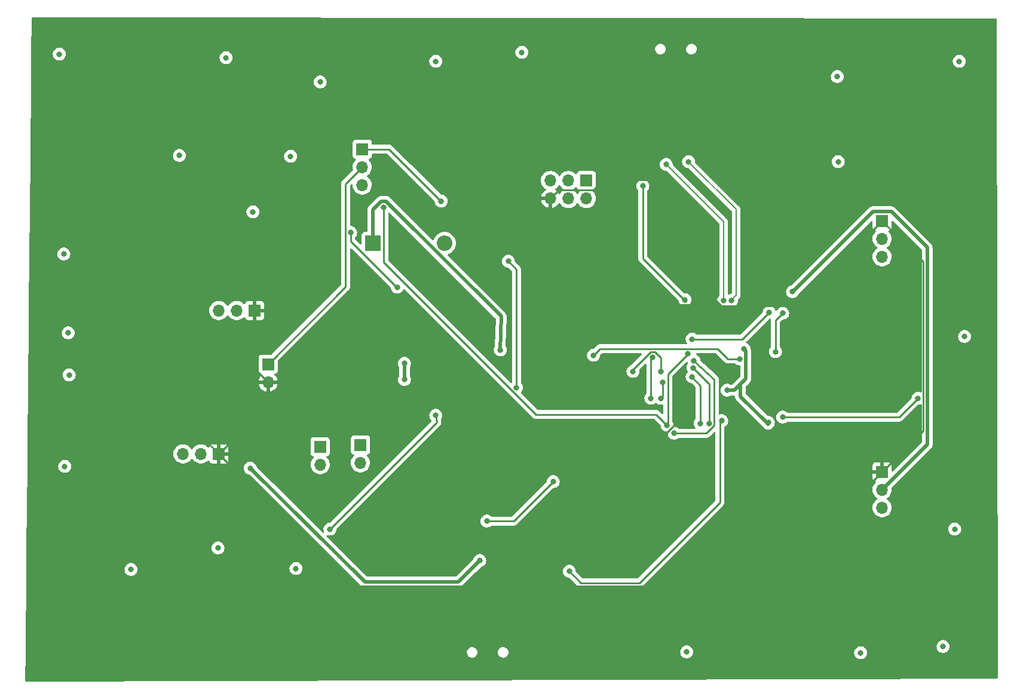
<source format=gbl>
G04 #@! TF.GenerationSoftware,KiCad,Pcbnew,7.0.7*
G04 #@! TF.CreationDate,2024-04-22T17:45:01+02:00*
G04 #@! TF.ProjectId,SE3-pad,5345332d-7061-4642-9e6b-696361645f70,rev?*
G04 #@! TF.SameCoordinates,Original*
G04 #@! TF.FileFunction,Copper,L2,Bot*
G04 #@! TF.FilePolarity,Positive*
%FSLAX46Y46*%
G04 Gerber Fmt 4.6, Leading zero omitted, Abs format (unit mm)*
G04 Created by KiCad (PCBNEW 7.0.7) date 2024-04-22 17:45:01*
%MOMM*%
%LPD*%
G01*
G04 APERTURE LIST*
G04 #@! TA.AperFunction,ComponentPad*
%ADD10R,1.700000X1.700000*%
G04 #@! TD*
G04 #@! TA.AperFunction,ComponentPad*
%ADD11O,1.700000X1.700000*%
G04 #@! TD*
G04 #@! TA.AperFunction,ComponentPad*
%ADD12R,2.200000X2.200000*%
G04 #@! TD*
G04 #@! TA.AperFunction,ComponentPad*
%ADD13O,2.200000X2.200000*%
G04 #@! TD*
G04 #@! TA.AperFunction,ViaPad*
%ADD14C,0.800000*%
G04 #@! TD*
G04 #@! TA.AperFunction,Conductor*
%ADD15C,0.250000*%
G04 #@! TD*
G04 #@! TA.AperFunction,Conductor*
%ADD16C,0.500000*%
G04 #@! TD*
G04 #@! TA.AperFunction,Conductor*
%ADD17C,0.200000*%
G04 #@! TD*
G04 APERTURE END LIST*
D10*
X140970000Y-67945000D03*
D11*
X140970000Y-70485000D03*
X138430000Y-67945000D03*
X138430000Y-70485000D03*
X135890000Y-67945000D03*
X135890000Y-70485000D03*
D10*
X109220000Y-63500000D03*
D11*
X109220000Y-66040000D03*
X109220000Y-68580000D03*
D10*
X88900000Y-106680000D03*
D11*
X86360000Y-106680000D03*
X83820000Y-106680000D03*
D10*
X93980000Y-86360000D03*
D11*
X91440000Y-86360000D03*
X88900000Y-86360000D03*
D10*
X95885000Y-93975000D03*
D11*
X95885000Y-96515000D03*
D10*
X103251000Y-105664000D03*
D11*
X103251000Y-108204000D03*
D12*
X110720000Y-76835000D03*
D13*
X120880000Y-76835000D03*
D10*
X108966000Y-105410000D03*
D11*
X108966000Y-107950000D03*
D10*
X182880000Y-109220000D03*
D11*
X182880000Y-111760000D03*
X182880000Y-114300000D03*
D10*
X182880000Y-73660000D03*
D11*
X182880000Y-76200000D03*
X182880000Y-78740000D03*
D14*
X99060000Y-64516000D03*
X103251000Y-53975000D03*
X131826000Y-49784000D03*
X66294000Y-50038000D03*
X179832000Y-134874000D03*
X119634000Y-51054000D03*
X89916000Y-50546000D03*
X66929000Y-78359000D03*
X176530000Y-53213000D03*
X67564000Y-89535000D03*
X99822000Y-122936000D03*
X67691000Y-95504000D03*
X93726000Y-72390000D03*
X191516000Y-133985000D03*
X193167000Y-117348000D03*
X67056000Y-108458000D03*
X88773000Y-120015000D03*
X83312000Y-64389000D03*
X155194000Y-134747000D03*
X194564000Y-90043000D03*
X193802000Y-51054000D03*
X176657000Y-65278000D03*
X76454000Y-123063000D03*
X145542000Y-51943000D03*
X154813000Y-101346000D03*
X148463000Y-104140000D03*
X122301000Y-92964000D03*
X121539000Y-98933000D03*
X145542000Y-46736000D03*
X148082000Y-82804000D03*
X170815000Y-108966000D03*
X136144000Y-75946000D03*
X102108000Y-81534000D03*
X84201000Y-101981000D03*
X160274000Y-86360000D03*
X102489000Y-76708000D03*
X163957000Y-114935000D03*
X163322000Y-91821000D03*
X128778000Y-91948000D03*
X115189000Y-96139000D03*
X115189000Y-93853000D03*
X160909000Y-97663000D03*
X166751000Y-102235000D03*
X170180000Y-83693000D03*
X156210000Y-93472000D03*
X153416000Y-103759000D03*
X126873000Y-116205000D03*
X136271000Y-110617000D03*
X112268000Y-71755000D03*
X152400000Y-102616000D03*
X155321000Y-92513500D03*
X168783000Y-101473000D03*
X187960000Y-98806000D03*
X154940000Y-84836000D03*
X148971000Y-68707000D03*
X150368000Y-92964000D03*
X150114000Y-98806000D03*
X161544000Y-84963000D03*
X155448000Y-65278000D03*
X152273000Y-65659000D03*
X160401000Y-84963000D03*
X125857000Y-121793000D03*
X93345000Y-108712000D03*
X120396000Y-70866000D03*
X114173000Y-83058000D03*
X107569000Y-75311000D03*
X155956000Y-90424000D03*
X166878000Y-86614000D03*
X141986000Y-92710000D03*
X162687000Y-93218000D03*
X167767000Y-92202000D03*
X168783000Y-86741000D03*
X131064000Y-97282000D03*
X129921000Y-79375000D03*
X104648000Y-117348000D03*
X119634000Y-101219000D03*
X158369000Y-102362000D03*
X156083000Y-94488000D03*
X157099000Y-102362000D03*
X155956000Y-95758000D03*
X151765000Y-96520000D03*
X151511000Y-98806000D03*
X151511000Y-94996000D03*
X147574000Y-94996000D03*
X160147000Y-101981000D03*
X138557000Y-123317000D03*
D15*
X121412000Y-98806000D02*
X121412000Y-93853000D01*
X102489000Y-81153000D02*
X102108000Y-81534000D01*
X135890000Y-75692000D02*
X135890000Y-70485000D01*
X188685000Y-103415000D02*
X182880000Y-109220000D01*
X151548000Y-77135305D02*
X151548000Y-68617000D01*
X167386000Y-118364000D02*
X173736000Y-118364000D01*
X148082000Y-82804000D02*
X150839000Y-85561000D01*
X171069000Y-109220000D02*
X182880000Y-109220000D01*
X160100695Y-85688000D02*
X160100695Y-86313695D01*
X150839000Y-85561000D02*
X159475000Y-85561000D01*
X121412000Y-93853000D02*
X122301000Y-92964000D01*
X145542000Y-51943000D02*
X145542000Y-46736000D01*
X160274000Y-86360000D02*
X160147000Y-86360000D01*
X102108000Y-82550000D02*
X98298000Y-86360000D01*
X93980000Y-86360000D02*
X93980000Y-94610000D01*
X151548000Y-68617000D02*
X150749000Y-67818000D01*
X143447000Y-67818000D02*
X141955000Y-69310000D01*
X95885000Y-96515000D02*
X95885000Y-99695000D01*
X136144000Y-75946000D02*
X135890000Y-75692000D01*
X95885000Y-99695000D02*
X88900000Y-106680000D01*
X159475000Y-85561000D02*
X160274000Y-86360000D01*
X170815000Y-108966000D02*
X171069000Y-109220000D01*
X160100695Y-86313695D02*
X160274000Y-86360000D01*
X160100695Y-85688000D02*
X151548000Y-77135305D01*
X150749000Y-67818000D02*
X143447000Y-67818000D01*
X141955000Y-69310000D02*
X137065000Y-69310000D01*
X137065000Y-69310000D02*
X135890000Y-70485000D01*
X154695305Y-101346000D02*
X151774305Y-104267000D01*
X148463000Y-104140000D02*
X148463000Y-104267000D01*
X151774305Y-104267000D02*
X148463000Y-104140000D01*
X98298000Y-86360000D02*
X93980000Y-86360000D01*
X166682000Y-125418000D02*
X173736000Y-118364000D01*
X182880000Y-73660000D02*
X170852000Y-85688000D01*
X173736000Y-118364000D02*
X182880000Y-109220000D01*
X170852000Y-85688000D02*
X160100695Y-85688000D01*
X102489000Y-76708000D02*
X102489000Y-81153000D01*
X188685000Y-79465000D02*
X188685000Y-103415000D01*
X121539000Y-98933000D02*
X121412000Y-98806000D01*
X154813000Y-101346000D02*
X154695305Y-101346000D01*
X84201000Y-101981000D02*
X88900000Y-106680000D01*
X121412000Y-98806000D02*
X121412000Y-97536000D01*
X107638000Y-125418000D02*
X166682000Y-125418000D01*
X88900000Y-106680000D02*
X107638000Y-125418000D01*
X93980000Y-94610000D02*
X95885000Y-96515000D01*
X182880000Y-73660000D02*
X188685000Y-79465000D01*
X163957000Y-114935000D02*
X167386000Y-118364000D01*
X102108000Y-81534000D02*
X102108000Y-82550000D01*
D16*
X110720000Y-76835000D02*
X110720000Y-72100918D01*
X184180000Y-72360000D02*
X189260000Y-77440000D01*
X111915918Y-70905000D02*
X112620082Y-70905000D01*
X189260000Y-77440000D02*
X189260000Y-105380000D01*
X170180000Y-83760000D02*
X181580000Y-72360000D01*
X110720000Y-72100918D02*
X111915918Y-70905000D01*
X160909000Y-97663000D02*
X161925000Y-97663000D01*
X163537000Y-92036000D02*
X163537000Y-96051000D01*
X170180000Y-83693000D02*
X170180000Y-83760000D01*
X163322000Y-91821000D02*
X163537000Y-92036000D01*
X189260000Y-105380000D02*
X182880000Y-111760000D01*
X166751000Y-102489000D02*
X166624000Y-102362000D01*
X115189000Y-93853000D02*
X115189000Y-96139000D01*
X128905000Y-87189918D02*
X128778000Y-91948000D01*
X162814000Y-96774000D02*
X162814000Y-98552000D01*
X166497000Y-102235000D02*
X166751000Y-102235000D01*
X162814000Y-98552000D02*
X166497000Y-102235000D01*
X115189000Y-96139000D02*
X115189000Y-96012000D01*
X166751000Y-102235000D02*
X166751000Y-102489000D01*
X112620082Y-70905000D02*
X128905000Y-87189918D01*
X161925000Y-97663000D02*
X162814000Y-96774000D01*
X181580000Y-72360000D02*
X184180000Y-72360000D01*
X163537000Y-96051000D02*
X162814000Y-96774000D01*
X128778000Y-91948000D02*
X128905000Y-92075000D01*
D15*
X126873000Y-116205000D02*
X130683000Y-116205000D01*
X153416000Y-103759000D02*
X157997305Y-103759000D01*
X159094000Y-96102000D02*
X156210000Y-93472000D01*
X130683000Y-116205000D02*
X136271000Y-110617000D01*
X157997305Y-103759000D02*
X159094000Y-102662305D01*
X159094000Y-102662305D02*
X159094000Y-96102000D01*
X156210000Y-93472000D02*
X156464000Y-93472000D01*
X112268000Y-71755000D02*
X112268000Y-79511305D01*
X155321000Y-92583000D02*
X152527000Y-95377000D01*
X150876000Y-101092000D02*
X152400000Y-102616000D01*
X155321000Y-92513500D02*
X155321000Y-92583000D01*
X133848695Y-101092000D02*
X150876000Y-101092000D01*
X112268000Y-79511305D02*
X133848695Y-101092000D01*
X152527000Y-102489000D02*
X152400000Y-102616000D01*
X152527000Y-95377000D02*
X152527000Y-102489000D01*
X168783000Y-101473000D02*
X185293000Y-101473000D01*
X185293000Y-101473000D02*
X187960000Y-98806000D01*
X154813000Y-84836000D02*
X154940000Y-84836000D01*
X148971000Y-78994000D02*
X154813000Y-84836000D01*
X154940000Y-84836000D02*
X154940000Y-84963000D01*
X154940000Y-84963000D02*
X155067000Y-85090000D01*
X148971000Y-68707000D02*
X148971000Y-78994000D01*
X150114000Y-93091000D02*
X150241000Y-92964000D01*
X150368000Y-92964000D02*
X150368000Y-92837000D01*
X150368000Y-92837000D02*
X150368000Y-92837000D01*
X150114000Y-98806000D02*
X150114000Y-93091000D01*
X150241000Y-92964000D02*
X150368000Y-92964000D01*
D17*
X161544000Y-84963000D02*
X161671000Y-84963000D01*
X162179000Y-84201000D02*
X162179000Y-72009000D01*
X161544000Y-84836000D02*
X162179000Y-84201000D01*
X162179000Y-72009000D02*
X155448000Y-65278000D01*
X161544000Y-84963000D02*
X161544000Y-84836000D01*
X161671000Y-84963000D02*
X161798000Y-85090000D01*
X160401000Y-84963000D02*
X160401000Y-85090000D01*
X152273000Y-65659000D02*
X160401000Y-73787000D01*
X160401000Y-73787000D02*
X160401000Y-84963000D01*
D16*
X93345000Y-108712000D02*
X93599000Y-108839000D01*
X125857000Y-121793000D02*
X122807000Y-124843000D01*
X122807000Y-124843000D02*
X109603000Y-124843000D01*
X109603000Y-124843000D02*
X93345000Y-108712000D01*
D15*
X109220000Y-66040000D02*
X106844000Y-68416000D01*
X106844000Y-68416000D02*
X106844000Y-83016000D01*
X106844000Y-83016000D02*
X95885000Y-93975000D01*
X113030000Y-63500000D02*
X109220000Y-63500000D01*
X120396000Y-70866000D02*
X113030000Y-63500000D01*
X114093000Y-83058000D02*
X114173000Y-83058000D01*
X107569000Y-75311000D02*
X107569000Y-76534000D01*
X114173000Y-83138000D02*
X114173000Y-83185000D01*
X114173000Y-83138000D02*
X114173000Y-83138000D01*
X107569000Y-76534000D02*
X114093000Y-83058000D01*
X114173000Y-83058000D02*
X114173000Y-83138000D01*
X166878000Y-86614000D02*
X163068000Y-90424000D01*
X163068000Y-90424000D02*
X155956000Y-90424000D01*
X155956000Y-90424000D02*
X156083000Y-90424000D01*
X160972500Y-93154500D02*
X161036000Y-93218000D01*
X159607000Y-91789000D02*
X160972500Y-93154500D01*
X142907000Y-91789000D02*
X159607000Y-91789000D01*
X161036000Y-93218000D02*
X162687000Y-93218000D01*
X141986000Y-92710000D02*
X142907000Y-91789000D01*
X167767000Y-92202000D02*
X167767000Y-92329000D01*
X167767000Y-87757000D02*
X167767000Y-92202000D01*
X168783000Y-86741000D02*
X167767000Y-87757000D01*
X131064000Y-80518000D02*
X129921000Y-79375000D01*
X129921000Y-79375000D02*
X129794000Y-79248000D01*
X131064000Y-97282000D02*
X131064000Y-80518000D01*
X104648000Y-117348000D02*
X119761000Y-102235000D01*
X119634000Y-101219000D02*
X119761000Y-101219000D01*
X119761000Y-102235000D02*
X119634000Y-101219000D01*
X158369000Y-102362000D02*
X158369000Y-96774000D01*
X158369000Y-96774000D02*
X156083000Y-94488000D01*
X157099000Y-97028000D02*
X155956000Y-95758000D01*
X155956000Y-95758000D02*
X155956000Y-95885000D01*
X157099000Y-102362000D02*
X157099000Y-97028000D01*
X151765000Y-98552000D02*
X151765000Y-96520000D01*
X151511000Y-98806000D02*
X151765000Y-98552000D01*
X151511000Y-93081695D02*
X151511000Y-94996000D01*
X150668305Y-92239000D02*
X151511000Y-93081695D01*
X150067695Y-92239000D02*
X150668305Y-92239000D01*
X147574000Y-94996000D02*
X147574000Y-94732695D01*
X151511000Y-94996000D02*
X151511000Y-95123000D01*
X147574000Y-94732695D02*
X150067695Y-92239000D01*
X147574000Y-124968000D02*
X148463000Y-124968000D01*
X148463000Y-124968000D02*
X159893000Y-113538000D01*
X159893000Y-113538000D02*
X159893000Y-102235000D01*
X159893000Y-102235000D02*
X160147000Y-101981000D01*
X138557000Y-123317000D02*
X140208000Y-124968000D01*
X140208000Y-124968000D02*
X147574000Y-124968000D01*
G04 #@! TA.AperFunction,Conductor*
G36*
X155260619Y-93641797D02*
G01*
X155316552Y-93683669D01*
X155335216Y-93719660D01*
X155370660Y-93828743D01*
X155372655Y-93898584D01*
X155347340Y-93945481D01*
X155347779Y-93945800D01*
X155345402Y-93949071D01*
X155344888Y-93950024D01*
X155343965Y-93951048D01*
X155343957Y-93951059D01*
X155248473Y-94116443D01*
X155248470Y-94116450D01*
X155189459Y-94298068D01*
X155189458Y-94298072D01*
X155169496Y-94488000D01*
X155189458Y-94677928D01*
X155189459Y-94677931D01*
X155248470Y-94859549D01*
X155248475Y-94859561D01*
X155318284Y-94980474D01*
X155334757Y-95048374D01*
X155311904Y-95114401D01*
X155303048Y-95125444D01*
X155216958Y-95221057D01*
X155121473Y-95386443D01*
X155121470Y-95386450D01*
X155062459Y-95568068D01*
X155062458Y-95568072D01*
X155042496Y-95758000D01*
X155062458Y-95947928D01*
X155062459Y-95947931D01*
X155121470Y-96129549D01*
X155121473Y-96129556D01*
X155216960Y-96294944D01*
X155344747Y-96436866D01*
X155499248Y-96549118D01*
X155673712Y-96626794D01*
X155860513Y-96666500D01*
X155866138Y-96666500D01*
X155933177Y-96686185D01*
X155958306Y-96707548D01*
X156153668Y-96924617D01*
X156346417Y-97138783D01*
X156433668Y-97235728D01*
X156463884Y-97298727D01*
X156465500Y-97318680D01*
X156465500Y-101660241D01*
X156445815Y-101727280D01*
X156433650Y-101743213D01*
X156359963Y-101825050D01*
X156359958Y-101825057D01*
X156264473Y-101990443D01*
X156264470Y-101990450D01*
X156205459Y-102172068D01*
X156205458Y-102172072D01*
X156185496Y-102362000D01*
X156205458Y-102551928D01*
X156205459Y-102551931D01*
X156264470Y-102733549D01*
X156264473Y-102733556D01*
X156359960Y-102898944D01*
X156377593Y-102918527D01*
X156407823Y-102981518D01*
X156399199Y-103050854D01*
X156354458Y-103104519D01*
X156287806Y-103125478D01*
X156285444Y-103125500D01*
X154123309Y-103125500D01*
X154056270Y-103105815D01*
X154031160Y-103084473D01*
X154027254Y-103080135D01*
X154006821Y-103065289D01*
X153872752Y-102967882D01*
X153698288Y-102890206D01*
X153698286Y-102890205D01*
X153511487Y-102850500D01*
X153426573Y-102850500D01*
X153359534Y-102830815D01*
X153313779Y-102778011D01*
X153303252Y-102713539D01*
X153304413Y-102702494D01*
X153313504Y-102616000D01*
X153293542Y-102426072D01*
X153234527Y-102244444D01*
X153177111Y-102144997D01*
X153160500Y-102082999D01*
X153160500Y-95690765D01*
X153180185Y-95623726D01*
X153196814Y-95603089D01*
X155129606Y-93670296D01*
X155190927Y-93636813D01*
X155260619Y-93641797D01*
G37*
G04 #@! TD.AperFunction*
G04 #@! TA.AperFunction,Conductor*
G36*
X137241905Y-68618515D02*
G01*
X137263804Y-68643787D01*
X137354278Y-68782268D01*
X137354283Y-68782273D01*
X137354284Y-68782276D01*
X137480967Y-68919888D01*
X137506760Y-68947906D01*
X137684424Y-69086189D01*
X137684429Y-69086191D01*
X137684431Y-69086193D01*
X137720930Y-69105946D01*
X137770520Y-69155165D01*
X137785628Y-69223382D01*
X137761457Y-69288937D01*
X137720930Y-69324054D01*
X137684431Y-69343806D01*
X137684422Y-69343812D01*
X137506761Y-69482092D01*
X137506756Y-69482097D01*
X137354284Y-69647723D01*
X137354276Y-69647734D01*
X137260251Y-69791650D01*
X137207105Y-69837007D01*
X137137873Y-69846430D01*
X137074538Y-69816928D01*
X137054868Y-69794951D01*
X136928113Y-69613926D01*
X136928108Y-69613920D01*
X136761082Y-69446894D01*
X136580197Y-69320236D01*
X136536572Y-69265659D01*
X136529380Y-69196160D01*
X136560902Y-69133806D01*
X136592300Y-69109608D01*
X136635576Y-69086189D01*
X136813240Y-68947906D01*
X136945375Y-68804371D01*
X136965715Y-68782276D01*
X136965715Y-68782275D01*
X136965722Y-68782268D01*
X137056193Y-68643790D01*
X137109338Y-68598437D01*
X137178569Y-68589013D01*
X137241905Y-68618515D01*
G37*
G04 #@! TD.AperFunction*
G04 #@! TA.AperFunction,Conductor*
G36*
X139546175Y-68845349D02*
G01*
X139603791Y-68884873D01*
X139623861Y-68919888D01*
X139662177Y-69022614D01*
X139669111Y-69041204D01*
X139756739Y-69158261D01*
X139873796Y-69245889D01*
X139925737Y-69265262D01*
X139991595Y-69289827D01*
X140047528Y-69331699D01*
X140071944Y-69397163D01*
X140057092Y-69465436D01*
X140039490Y-69489991D01*
X139894279Y-69647730D01*
X139894276Y-69647734D01*
X139803808Y-69786206D01*
X139750662Y-69831562D01*
X139681431Y-69840986D01*
X139618095Y-69811484D01*
X139596192Y-69786206D01*
X139505723Y-69647734D01*
X139505715Y-69647723D01*
X139353243Y-69482097D01*
X139353238Y-69482092D01*
X139175577Y-69343812D01*
X139175578Y-69343812D01*
X139175576Y-69343811D01*
X139139070Y-69324055D01*
X139089479Y-69274836D01*
X139074371Y-69206619D01*
X139098541Y-69141064D01*
X139139070Y-69105945D01*
X139139084Y-69105936D01*
X139175576Y-69086189D01*
X139353240Y-68947906D01*
X139416452Y-68879239D01*
X139476337Y-68843250D01*
X139546175Y-68845349D01*
G37*
G04 #@! TD.AperFunction*
G04 #@! TA.AperFunction,Conductor*
G36*
X144932074Y-44907810D02*
G01*
X199012282Y-44957885D01*
X199079303Y-44977632D01*
X199125009Y-45030478D01*
X199136167Y-45081717D01*
X199262831Y-138433174D01*
X199243237Y-138500240D01*
X199190495Y-138546066D01*
X199139174Y-138557342D01*
X61593519Y-138937652D01*
X61526425Y-138918152D01*
X61480524Y-138865475D01*
X61469182Y-138812486D01*
X61506429Y-134858933D01*
X124045668Y-134858933D01*
X124061058Y-134946210D01*
X124076135Y-135031711D01*
X124145623Y-135192804D01*
X124145624Y-135192806D01*
X124145626Y-135192809D01*
X124200278Y-135266218D01*
X124250390Y-135333530D01*
X124384786Y-135446302D01*
X124462488Y-135485325D01*
X124541562Y-135525038D01*
X124541563Y-135525038D01*
X124541567Y-135525040D01*
X124712279Y-135565500D01*
X124712282Y-135565500D01*
X124843701Y-135565500D01*
X124843709Y-135565500D01*
X124974255Y-135550241D01*
X125139117Y-135490237D01*
X125285696Y-135393830D01*
X125406092Y-135266218D01*
X125493812Y-135114281D01*
X125544130Y-134946210D01*
X125549213Y-134858933D01*
X128445668Y-134858933D01*
X128461058Y-134946210D01*
X128476135Y-135031711D01*
X128545623Y-135192804D01*
X128545624Y-135192806D01*
X128545626Y-135192809D01*
X128600278Y-135266218D01*
X128650390Y-135333530D01*
X128784786Y-135446302D01*
X128862488Y-135485325D01*
X128941562Y-135525038D01*
X128941563Y-135525038D01*
X128941567Y-135525040D01*
X129112279Y-135565500D01*
X129112282Y-135565500D01*
X129243701Y-135565500D01*
X129243709Y-135565500D01*
X129374255Y-135550241D01*
X129539117Y-135490237D01*
X129685696Y-135393830D01*
X129806092Y-135266218D01*
X129893812Y-135114281D01*
X129944130Y-134946210D01*
X129954331Y-134771065D01*
X129950088Y-134747000D01*
X154280496Y-134747000D01*
X154300458Y-134936928D01*
X154300459Y-134936931D01*
X154359470Y-135118549D01*
X154359473Y-135118556D01*
X154454960Y-135283944D01*
X154582747Y-135425866D01*
X154737248Y-135538118D01*
X154911712Y-135615794D01*
X155098513Y-135655500D01*
X155289487Y-135655500D01*
X155476288Y-135615794D01*
X155650752Y-135538118D01*
X155805253Y-135425866D01*
X155933040Y-135283944D01*
X156028527Y-135118556D01*
X156087542Y-134936928D01*
X156094156Y-134874000D01*
X178918496Y-134874000D01*
X178938458Y-135063928D01*
X178938459Y-135063931D01*
X178997470Y-135245549D01*
X178997473Y-135245556D01*
X179092960Y-135410944D01*
X179164354Y-135490235D01*
X179218382Y-135550240D01*
X179220747Y-135552866D01*
X179375248Y-135665118D01*
X179549712Y-135742794D01*
X179736513Y-135782500D01*
X179927487Y-135782500D01*
X180114288Y-135742794D01*
X180288752Y-135665118D01*
X180443253Y-135552866D01*
X180571040Y-135410944D01*
X180666527Y-135245556D01*
X180725542Y-135063928D01*
X180745504Y-134874000D01*
X180725542Y-134684072D01*
X180666527Y-134502444D01*
X180571040Y-134337056D01*
X180443253Y-134195134D01*
X180288752Y-134082882D01*
X180114288Y-134005206D01*
X180114286Y-134005205D01*
X180019228Y-133985000D01*
X190602496Y-133985000D01*
X190622458Y-134174928D01*
X190622459Y-134174931D01*
X190681470Y-134356549D01*
X190681473Y-134356556D01*
X190776960Y-134521944D01*
X190904747Y-134663866D01*
X191059248Y-134776118D01*
X191233712Y-134853794D01*
X191420513Y-134893500D01*
X191611487Y-134893500D01*
X191798288Y-134853794D01*
X191972752Y-134776118D01*
X192127253Y-134663866D01*
X192255040Y-134521944D01*
X192350527Y-134356556D01*
X192409542Y-134174928D01*
X192429504Y-133985000D01*
X192409542Y-133795072D01*
X192350527Y-133613444D01*
X192255040Y-133448056D01*
X192127253Y-133306134D01*
X191972752Y-133193882D01*
X191798288Y-133116206D01*
X191798286Y-133116205D01*
X191611487Y-133076500D01*
X191420513Y-133076500D01*
X191233714Y-133116205D01*
X191059246Y-133193883D01*
X190904745Y-133306135D01*
X190776959Y-133448057D01*
X190681473Y-133613443D01*
X190681470Y-133613450D01*
X190622459Y-133795068D01*
X190622458Y-133795072D01*
X190602496Y-133985000D01*
X180019228Y-133985000D01*
X179927487Y-133965500D01*
X179736513Y-133965500D01*
X179549714Y-134005205D01*
X179549711Y-134005206D01*
X179549712Y-134005206D01*
X179382263Y-134079759D01*
X179375246Y-134082883D01*
X179220745Y-134195135D01*
X179092959Y-134337057D01*
X178997473Y-134502443D01*
X178997470Y-134502450D01*
X178938548Y-134683794D01*
X178938458Y-134684072D01*
X178918496Y-134874000D01*
X156094156Y-134874000D01*
X156107504Y-134747000D01*
X156087542Y-134557072D01*
X156028527Y-134375444D01*
X155933040Y-134210056D01*
X155805253Y-134068134D01*
X155650752Y-133955882D01*
X155476288Y-133878206D01*
X155476286Y-133878205D01*
X155289487Y-133838500D01*
X155098513Y-133838500D01*
X154911714Y-133878205D01*
X154737246Y-133955883D01*
X154582745Y-134068135D01*
X154454959Y-134210057D01*
X154359473Y-134375443D01*
X154359470Y-134375450D01*
X154300459Y-134557068D01*
X154300458Y-134557072D01*
X154280496Y-134747000D01*
X129950088Y-134747000D01*
X129923865Y-134598289D01*
X129854377Y-134437196D01*
X129808403Y-134375443D01*
X129749609Y-134296469D01*
X129615214Y-134183698D01*
X129615212Y-134183697D01*
X129458437Y-134104961D01*
X129458433Y-134104960D01*
X129287721Y-134064500D01*
X129156291Y-134064500D01*
X129051854Y-134076707D01*
X129025743Y-134079759D01*
X129025740Y-134079760D01*
X128860884Y-134139762D01*
X128860880Y-134139764D01*
X128714306Y-134236167D01*
X128714305Y-134236168D01*
X128593910Y-134363778D01*
X128506188Y-134515718D01*
X128455870Y-134683789D01*
X128455869Y-134683794D01*
X128445668Y-134858933D01*
X125549213Y-134858933D01*
X125554331Y-134771065D01*
X125523865Y-134598289D01*
X125454377Y-134437196D01*
X125408403Y-134375443D01*
X125349609Y-134296469D01*
X125215214Y-134183698D01*
X125215212Y-134183697D01*
X125058437Y-134104961D01*
X125058433Y-134104960D01*
X124887721Y-134064500D01*
X124756291Y-134064500D01*
X124651854Y-134076707D01*
X124625743Y-134079759D01*
X124625740Y-134079760D01*
X124460884Y-134139762D01*
X124460880Y-134139764D01*
X124314306Y-134236167D01*
X124314305Y-134236168D01*
X124193910Y-134363778D01*
X124106188Y-134515718D01*
X124055870Y-134683789D01*
X124055869Y-134683794D01*
X124045668Y-134858933D01*
X61506429Y-134858933D01*
X61617562Y-123063000D01*
X75540496Y-123063000D01*
X75560458Y-123252928D01*
X75560459Y-123252931D01*
X75619470Y-123434549D01*
X75619473Y-123434556D01*
X75714960Y-123599944D01*
X75842747Y-123741866D01*
X75997248Y-123854118D01*
X76171712Y-123931794D01*
X76358513Y-123971500D01*
X76549487Y-123971500D01*
X76736288Y-123931794D01*
X76910752Y-123854118D01*
X77065253Y-123741866D01*
X77193040Y-123599944D01*
X77288527Y-123434556D01*
X77347542Y-123252928D01*
X77367504Y-123063000D01*
X77354156Y-122936000D01*
X98908496Y-122936000D01*
X98928458Y-123125928D01*
X98928459Y-123125931D01*
X98987470Y-123307549D01*
X98987473Y-123307556D01*
X99082960Y-123472944D01*
X99210747Y-123614866D01*
X99365248Y-123727118D01*
X99539712Y-123804794D01*
X99726513Y-123844500D01*
X99917487Y-123844500D01*
X100104288Y-123804794D01*
X100278752Y-123727118D01*
X100433253Y-123614866D01*
X100561040Y-123472944D01*
X100656527Y-123307556D01*
X100715542Y-123125928D01*
X100735504Y-122936000D01*
X100715542Y-122746072D01*
X100656527Y-122564444D01*
X100561040Y-122399056D01*
X100433253Y-122257134D01*
X100278752Y-122144882D01*
X100104288Y-122067206D01*
X100104286Y-122067205D01*
X99917487Y-122027500D01*
X99726513Y-122027500D01*
X99539714Y-122067205D01*
X99365246Y-122144883D01*
X99210745Y-122257135D01*
X99082959Y-122399057D01*
X98987473Y-122564443D01*
X98987470Y-122564450D01*
X98928459Y-122746068D01*
X98928458Y-122746072D01*
X98908496Y-122936000D01*
X77354156Y-122936000D01*
X77347542Y-122873072D01*
X77288527Y-122691444D01*
X77193040Y-122526056D01*
X77065253Y-122384134D01*
X76910752Y-122271882D01*
X76736288Y-122194206D01*
X76736286Y-122194205D01*
X76549487Y-122154500D01*
X76358513Y-122154500D01*
X76171714Y-122194205D01*
X76171711Y-122194206D01*
X76171712Y-122194206D01*
X76030371Y-122257135D01*
X75997246Y-122271883D01*
X75842745Y-122384135D01*
X75714959Y-122526057D01*
X75619473Y-122691443D01*
X75619470Y-122691450D01*
X75560459Y-122873068D01*
X75560458Y-122873072D01*
X75540496Y-123063000D01*
X61617562Y-123063000D01*
X61646278Y-120015000D01*
X87859496Y-120015000D01*
X87879458Y-120204928D01*
X87879459Y-120204931D01*
X87938470Y-120386549D01*
X87938473Y-120386556D01*
X88033960Y-120551944D01*
X88161747Y-120693866D01*
X88316248Y-120806118D01*
X88490712Y-120883794D01*
X88677513Y-120923500D01*
X88868487Y-120923500D01*
X89055288Y-120883794D01*
X89229752Y-120806118D01*
X89384253Y-120693866D01*
X89512040Y-120551944D01*
X89607527Y-120386556D01*
X89666542Y-120204928D01*
X89686504Y-120015000D01*
X89666542Y-119825072D01*
X89607527Y-119643444D01*
X89512040Y-119478056D01*
X89384253Y-119336134D01*
X89229752Y-119223882D01*
X89055288Y-119146206D01*
X89055286Y-119146205D01*
X88868487Y-119106500D01*
X88677513Y-119106500D01*
X88490714Y-119146205D01*
X88316246Y-119223883D01*
X88161745Y-119336135D01*
X88033959Y-119478057D01*
X87938473Y-119643443D01*
X87938470Y-119643450D01*
X87879459Y-119825068D01*
X87879458Y-119825072D01*
X87859496Y-120015000D01*
X61646278Y-120015000D01*
X61755159Y-108458000D01*
X66142496Y-108458000D01*
X66162458Y-108647928D01*
X66162459Y-108647931D01*
X66221470Y-108829549D01*
X66221473Y-108829556D01*
X66316960Y-108994944D01*
X66444747Y-109136866D01*
X66599248Y-109249118D01*
X66773712Y-109326794D01*
X66960513Y-109366500D01*
X67151487Y-109366500D01*
X67338288Y-109326794D01*
X67512752Y-109249118D01*
X67667253Y-109136866D01*
X67795040Y-108994944D01*
X67890527Y-108829556D01*
X67928724Y-108712000D01*
X92431496Y-108712000D01*
X92451458Y-108901928D01*
X92451459Y-108901931D01*
X92510470Y-109083549D01*
X92510473Y-109083556D01*
X92605960Y-109248944D01*
X92733747Y-109390866D01*
X92888248Y-109503118D01*
X93062712Y-109580794D01*
X93130139Y-109595126D01*
X93191621Y-109628318D01*
X93191695Y-109628392D01*
X109021893Y-125334932D01*
X109034019Y-125348908D01*
X109047531Y-125367058D01*
X109047532Y-125367059D01*
X109047533Y-125367060D01*
X109089235Y-125402052D01*
X109093049Y-125405533D01*
X109100129Y-125412557D01*
X109125039Y-125432095D01*
X109183360Y-125481032D01*
X109183571Y-125481138D01*
X109204450Y-125494380D01*
X109204646Y-125494534D01*
X109273783Y-125526443D01*
X109341812Y-125560609D01*
X109342042Y-125560663D01*
X109365410Y-125568733D01*
X109365638Y-125568839D01*
X109365646Y-125568840D01*
X109365647Y-125568841D01*
X109426605Y-125581179D01*
X109440286Y-125583948D01*
X109514344Y-125601500D01*
X109514582Y-125601500D01*
X109539173Y-125603962D01*
X109539426Y-125604014D01*
X109539428Y-125604013D01*
X109539429Y-125604014D01*
X109615557Y-125601500D01*
X122742706Y-125601500D01*
X122760676Y-125602809D01*
X122762165Y-125603027D01*
X122784789Y-125606341D01*
X122837426Y-125601735D01*
X122842828Y-125601500D01*
X122851175Y-125601500D01*
X122851180Y-125601500D01*
X122875362Y-125598673D01*
X122884096Y-125597652D01*
X122961419Y-125590888D01*
X122961422Y-125590887D01*
X122961426Y-125590887D01*
X122961429Y-125590885D01*
X122968493Y-125589427D01*
X122968502Y-125589474D01*
X122976097Y-125587790D01*
X122976087Y-125587744D01*
X122983107Y-125586079D01*
X122983113Y-125586079D01*
X123056065Y-125559526D01*
X123129738Y-125535114D01*
X123129746Y-125535108D01*
X123136284Y-125532061D01*
X123136305Y-125532106D01*
X123143302Y-125528719D01*
X123143280Y-125528675D01*
X123149729Y-125525436D01*
X123149728Y-125525436D01*
X123149732Y-125525435D01*
X123214605Y-125482766D01*
X123280651Y-125442030D01*
X123280655Y-125442025D01*
X123286319Y-125437548D01*
X123286350Y-125437587D01*
X123292374Y-125432680D01*
X123292342Y-125432642D01*
X123297864Y-125428007D01*
X123297874Y-125428001D01*
X123329172Y-125394827D01*
X123351163Y-125371518D01*
X125288131Y-123434549D01*
X126013752Y-122708927D01*
X126075073Y-122675444D01*
X126075290Y-122675397D01*
X126139288Y-122661794D01*
X126313752Y-122584118D01*
X126468253Y-122471866D01*
X126596040Y-122329944D01*
X126691527Y-122164556D01*
X126750542Y-121982928D01*
X126770504Y-121793000D01*
X126750542Y-121603072D01*
X126691527Y-121421444D01*
X126596040Y-121256056D01*
X126468253Y-121114134D01*
X126313752Y-121001882D01*
X126139288Y-120924206D01*
X126139286Y-120924205D01*
X125952487Y-120884500D01*
X125761513Y-120884500D01*
X125574714Y-120924205D01*
X125400246Y-121001883D01*
X125245745Y-121114135D01*
X125117959Y-121256057D01*
X125022473Y-121421443D01*
X125022471Y-121421447D01*
X124967463Y-121590743D01*
X124937213Y-121640105D01*
X122529138Y-124048181D01*
X122467815Y-124081666D01*
X122441457Y-124084500D01*
X109966518Y-124084500D01*
X109899479Y-124064815D01*
X109879181Y-124048524D01*
X104185285Y-118399106D01*
X104151560Y-118337915D01*
X104156271Y-118268204D01*
X104197923Y-118212107D01*
X104263291Y-118187434D01*
X104323056Y-118197802D01*
X104365712Y-118216794D01*
X104552513Y-118256500D01*
X104743487Y-118256500D01*
X104930288Y-118216794D01*
X105104752Y-118139118D01*
X105259253Y-118026866D01*
X105387040Y-117884944D01*
X105482527Y-117719556D01*
X105541542Y-117537928D01*
X105558981Y-117371997D01*
X105585564Y-117307387D01*
X105594611Y-117297291D01*
X106686902Y-116205000D01*
X125959496Y-116205000D01*
X125979458Y-116394928D01*
X125979459Y-116394931D01*
X126038470Y-116576549D01*
X126038473Y-116576556D01*
X126133960Y-116741944D01*
X126261747Y-116883866D01*
X126416248Y-116996118D01*
X126590712Y-117073794D01*
X126777513Y-117113500D01*
X126968487Y-117113500D01*
X127155288Y-117073794D01*
X127329752Y-116996118D01*
X127484253Y-116883866D01*
X127488159Y-116879527D01*
X127547646Y-116842879D01*
X127580309Y-116838500D01*
X130599366Y-116838500D01*
X130615113Y-116840238D01*
X130615139Y-116839968D01*
X130622905Y-116840701D01*
X130622909Y-116840702D01*
X130692958Y-116838500D01*
X130722856Y-116838500D01*
X130722857Y-116838500D01*
X130724222Y-116838327D01*
X130729862Y-116837614D01*
X130735685Y-116837156D01*
X130761708Y-116836338D01*
X130782890Y-116835673D01*
X130792681Y-116832827D01*
X130802481Y-116829980D01*
X130821538Y-116826032D01*
X130841797Y-116823474D01*
X130885721Y-116806082D01*
X130891221Y-116804199D01*
X130936593Y-116791018D01*
X130954165Y-116780625D01*
X130971632Y-116772068D01*
X130990617Y-116764552D01*
X131028826Y-116736790D01*
X131033704Y-116733585D01*
X131074362Y-116709542D01*
X131088802Y-116695100D01*
X131103592Y-116682470D01*
X131120107Y-116670472D01*
X131150222Y-116634067D01*
X131154126Y-116629776D01*
X136222084Y-111561819D01*
X136283408Y-111528334D01*
X136309766Y-111525500D01*
X136366487Y-111525500D01*
X136553288Y-111485794D01*
X136727752Y-111408118D01*
X136882253Y-111295866D01*
X137010040Y-111153944D01*
X137105527Y-110988556D01*
X137164542Y-110806928D01*
X137184504Y-110617000D01*
X137164542Y-110427072D01*
X137105527Y-110245444D01*
X137010040Y-110080056D01*
X136882253Y-109938134D01*
X136727752Y-109825882D01*
X136553288Y-109748206D01*
X136553286Y-109748205D01*
X136366487Y-109708500D01*
X136175513Y-109708500D01*
X135988714Y-109748205D01*
X135814246Y-109825883D01*
X135659745Y-109938135D01*
X135531959Y-110080057D01*
X135436473Y-110245443D01*
X135436470Y-110245450D01*
X135385767Y-110401500D01*
X135377458Y-110427072D01*
X135360019Y-110592995D01*
X135333434Y-110657609D01*
X135324379Y-110667714D01*
X130456914Y-115535181D01*
X130395591Y-115568666D01*
X130369233Y-115571500D01*
X127580309Y-115571500D01*
X127513270Y-115551815D01*
X127488160Y-115530473D01*
X127484254Y-115526135D01*
X127367337Y-115441189D01*
X127329752Y-115413882D01*
X127155288Y-115336206D01*
X127155286Y-115336205D01*
X126968487Y-115296500D01*
X126777513Y-115296500D01*
X126590714Y-115336205D01*
X126416246Y-115413883D01*
X126261745Y-115526135D01*
X126133959Y-115668057D01*
X126038473Y-115833443D01*
X126038470Y-115833450D01*
X125979459Y-116015068D01*
X125979458Y-116015072D01*
X125959496Y-116205000D01*
X106686902Y-116205000D01*
X120185442Y-102706460D01*
X120189808Y-102702494D01*
X120225900Y-102672717D01*
X120267424Y-102615719D01*
X120310614Y-102560040D01*
X120310616Y-102560036D01*
X120314590Y-102553317D01*
X120314883Y-102553490D01*
X120316676Y-102550351D01*
X120316379Y-102550187D01*
X120320146Y-102543356D01*
X120320148Y-102543350D01*
X120320150Y-102543348D01*
X120346190Y-102477827D01*
X120374181Y-102413145D01*
X120374182Y-102413141D01*
X120376359Y-102405650D01*
X120376683Y-102405744D01*
X120377643Y-102402244D01*
X120377316Y-102402160D01*
X120379266Y-102394607D01*
X120388194Y-102324670D01*
X120399220Y-102255057D01*
X120399219Y-102255049D01*
X120399465Y-102247260D01*
X120399800Y-102247270D01*
X120399860Y-102243641D01*
X120399525Y-102243641D01*
X120399535Y-102235833D01*
X120390789Y-102165872D01*
X120384157Y-102095706D01*
X120382455Y-102088092D01*
X120382782Y-102088018D01*
X120379172Y-102072936D01*
X120370439Y-102003072D01*
X120350542Y-101843895D01*
X120361759Y-101774934D01*
X120371772Y-101758140D01*
X120397398Y-101713754D01*
X120468527Y-101590556D01*
X120527542Y-101408928D01*
X120547504Y-101219000D01*
X120527542Y-101029072D01*
X120468527Y-100847444D01*
X120373040Y-100682056D01*
X120245253Y-100540134D01*
X120090752Y-100427882D01*
X119916288Y-100350206D01*
X119916286Y-100350205D01*
X119729487Y-100310500D01*
X119538513Y-100310500D01*
X119351714Y-100350205D01*
X119177246Y-100427883D01*
X119022745Y-100540135D01*
X118894959Y-100682057D01*
X118799473Y-100847443D01*
X118799470Y-100847450D01*
X118751041Y-100996501D01*
X118740458Y-101029072D01*
X118720496Y-101219000D01*
X118740458Y-101408928D01*
X118740459Y-101408931D01*
X118799470Y-101590549D01*
X118799473Y-101590556D01*
X118894960Y-101755944D01*
X118955512Y-101823193D01*
X119027095Y-101902696D01*
X119025445Y-101904181D01*
X119056725Y-101954923D01*
X119055414Y-102024780D01*
X119024794Y-102075300D01*
X104696914Y-116403181D01*
X104635591Y-116436666D01*
X104609233Y-116439500D01*
X104552513Y-116439500D01*
X104365714Y-116479205D01*
X104191246Y-116556883D01*
X104036745Y-116669135D01*
X103908959Y-116811057D01*
X103813473Y-116976443D01*
X103813470Y-116976450D01*
X103768940Y-117113500D01*
X103754458Y-117158072D01*
X103734496Y-117348000D01*
X103754458Y-117537928D01*
X103754459Y-117537931D01*
X103804187Y-117690978D01*
X103806182Y-117760819D01*
X103770102Y-117820652D01*
X103707401Y-117851480D01*
X103637987Y-117843515D01*
X103598919Y-117817320D01*
X96484261Y-110758238D01*
X94348895Y-108639553D01*
X94322462Y-108600846D01*
X94259675Y-108455998D01*
X94259673Y-108455995D01*
X94239031Y-108428371D01*
X94196561Y-108371534D01*
X94183275Y-108345882D01*
X94182168Y-108346376D01*
X94179525Y-108340440D01*
X94134595Y-108262620D01*
X94100754Y-108204005D01*
X101887844Y-108204005D01*
X101906434Y-108428359D01*
X101906436Y-108428371D01*
X101961703Y-108646614D01*
X102052140Y-108852792D01*
X102175276Y-109041265D01*
X102175284Y-109041276D01*
X102319876Y-109198342D01*
X102327760Y-109206906D01*
X102505424Y-109345189D01*
X102505425Y-109345189D01*
X102505427Y-109345191D01*
X102544803Y-109366500D01*
X102703426Y-109452342D01*
X102916365Y-109525444D01*
X103138431Y-109562500D01*
X103363569Y-109562500D01*
X103585635Y-109525444D01*
X103798574Y-109452342D01*
X103996576Y-109345189D01*
X104174240Y-109206906D01*
X104287799Y-109083549D01*
X104326715Y-109041276D01*
X104326716Y-109041274D01*
X104326722Y-109041268D01*
X104449860Y-108852791D01*
X104540296Y-108646616D01*
X104595564Y-108428368D01*
X104598527Y-108392614D01*
X104614156Y-108204005D01*
X104614156Y-108203994D01*
X104595565Y-107979640D01*
X104595563Y-107979628D01*
X104588062Y-107950005D01*
X107602844Y-107950005D01*
X107621434Y-108174359D01*
X107621436Y-108174371D01*
X107676703Y-108392614D01*
X107767140Y-108598792D01*
X107890276Y-108787265D01*
X107890284Y-108787276D01*
X108042756Y-108952902D01*
X108042760Y-108952906D01*
X108220424Y-109091189D01*
X108220425Y-109091189D01*
X108220427Y-109091191D01*
X108290169Y-109128933D01*
X108418426Y-109198342D01*
X108631365Y-109271444D01*
X108853431Y-109308500D01*
X109078569Y-109308500D01*
X109300635Y-109271444D01*
X109513574Y-109198342D01*
X109711576Y-109091189D01*
X109889240Y-108952906D01*
X110041722Y-108787268D01*
X110164860Y-108598791D01*
X110255296Y-108392616D01*
X110310564Y-108174368D01*
X110310565Y-108174359D01*
X110329156Y-107950005D01*
X110329156Y-107949994D01*
X110310565Y-107725640D01*
X110310563Y-107725628D01*
X110299744Y-107682906D01*
X110255296Y-107507384D01*
X110164860Y-107301209D01*
X110041722Y-107112732D01*
X110041719Y-107112729D01*
X110041715Y-107112723D01*
X109896510Y-106954991D01*
X109865587Y-106892337D01*
X109873447Y-106822911D01*
X109917594Y-106768755D01*
X109944405Y-106754827D01*
X110024584Y-106724920D01*
X110062204Y-106710889D01*
X110179261Y-106623261D01*
X110266889Y-106506204D01*
X110317989Y-106369201D01*
X110321591Y-106335692D01*
X110324499Y-106308654D01*
X110324500Y-106308637D01*
X110324500Y-104511362D01*
X110324499Y-104511345D01*
X110321157Y-104480270D01*
X110317989Y-104450799D01*
X110313165Y-104437866D01*
X110290640Y-104377474D01*
X110266889Y-104313796D01*
X110179261Y-104196739D01*
X110062204Y-104109111D01*
X110062203Y-104109110D01*
X109925203Y-104058011D01*
X109864654Y-104051500D01*
X109864638Y-104051500D01*
X108067362Y-104051500D01*
X108067345Y-104051500D01*
X108006797Y-104058011D01*
X108006795Y-104058011D01*
X107869795Y-104109111D01*
X107752739Y-104196739D01*
X107665111Y-104313795D01*
X107614011Y-104450795D01*
X107614011Y-104450797D01*
X107607500Y-104511345D01*
X107607500Y-106308654D01*
X107614011Y-106369202D01*
X107614011Y-106369204D01*
X107665110Y-106506203D01*
X107665111Y-106506204D01*
X107752739Y-106623261D01*
X107869796Y-106710889D01*
X107921737Y-106730262D01*
X107987595Y-106754827D01*
X108043528Y-106796699D01*
X108067944Y-106862163D01*
X108053092Y-106930436D01*
X108035490Y-106954991D01*
X107890279Y-107112730D01*
X107890276Y-107112734D01*
X107767140Y-107301207D01*
X107676703Y-107507385D01*
X107621436Y-107725628D01*
X107621434Y-107725640D01*
X107602844Y-107949994D01*
X107602844Y-107950005D01*
X104588062Y-107950005D01*
X104580731Y-107921057D01*
X104540296Y-107761384D01*
X104449860Y-107555209D01*
X104418614Y-107507384D01*
X104326723Y-107366734D01*
X104326715Y-107366723D01*
X104181510Y-107208991D01*
X104150587Y-107146337D01*
X104158447Y-107076911D01*
X104202594Y-107022755D01*
X104229405Y-107008827D01*
X104309584Y-106978920D01*
X104347204Y-106964889D01*
X104464261Y-106877261D01*
X104551889Y-106760204D01*
X104602989Y-106623201D01*
X104606673Y-106588933D01*
X104609499Y-106562654D01*
X104609500Y-106562637D01*
X104609500Y-104765362D01*
X104609499Y-104765345D01*
X104606157Y-104734270D01*
X104602989Y-104704799D01*
X104551889Y-104567796D01*
X104464261Y-104450739D01*
X104347204Y-104363111D01*
X104334016Y-104358192D01*
X104210203Y-104312011D01*
X104149654Y-104305500D01*
X104149638Y-104305500D01*
X102352362Y-104305500D01*
X102352345Y-104305500D01*
X102291797Y-104312011D01*
X102291795Y-104312011D01*
X102154795Y-104363111D01*
X102037739Y-104450739D01*
X101950111Y-104567795D01*
X101899011Y-104704795D01*
X101899011Y-104704797D01*
X101892500Y-104765345D01*
X101892500Y-106562654D01*
X101899011Y-106623202D01*
X101899011Y-106623204D01*
X101931717Y-106710889D01*
X101950111Y-106760204D01*
X102037739Y-106877261D01*
X102154796Y-106964889D01*
X102206737Y-106984262D01*
X102272595Y-107008827D01*
X102328528Y-107050699D01*
X102352944Y-107116163D01*
X102338092Y-107184436D01*
X102320490Y-107208991D01*
X102175279Y-107366730D01*
X102175276Y-107366734D01*
X102052140Y-107555207D01*
X101961703Y-107761385D01*
X101906436Y-107979628D01*
X101906434Y-107979640D01*
X101887844Y-108203994D01*
X101887844Y-108204005D01*
X94100754Y-108204005D01*
X94084040Y-108175056D01*
X94083413Y-108174359D01*
X93956254Y-108033135D01*
X93943128Y-108023598D01*
X93801752Y-107920882D01*
X93627288Y-107843206D01*
X93627286Y-107843205D01*
X93440487Y-107803500D01*
X93249513Y-107803500D01*
X93062714Y-107843205D01*
X92888246Y-107920883D01*
X92733745Y-108033135D01*
X92605959Y-108175057D01*
X92510473Y-108340443D01*
X92510470Y-108340450D01*
X92472276Y-108458000D01*
X92451458Y-108522072D01*
X92431496Y-108712000D01*
X67928724Y-108712000D01*
X67949542Y-108647928D01*
X67969504Y-108458000D01*
X67949542Y-108268072D01*
X67890527Y-108086444D01*
X67795040Y-107921056D01*
X67667253Y-107779134D01*
X67512752Y-107666882D01*
X67338288Y-107589206D01*
X67338286Y-107589205D01*
X67151487Y-107549500D01*
X66960513Y-107549500D01*
X66773714Y-107589205D01*
X66599246Y-107666883D01*
X66444745Y-107779135D01*
X66316959Y-107921057D01*
X66221473Y-108086443D01*
X66221470Y-108086450D01*
X66164229Y-108262620D01*
X66162458Y-108268072D01*
X66142496Y-108458000D01*
X61755159Y-108458000D01*
X61771910Y-106680005D01*
X82456844Y-106680005D01*
X82475434Y-106904359D01*
X82475436Y-106904371D01*
X82530703Y-107122614D01*
X82621140Y-107328792D01*
X82744276Y-107517265D01*
X82744284Y-107517276D01*
X82896756Y-107682902D01*
X82896760Y-107682906D01*
X83074424Y-107821189D01*
X83074425Y-107821189D01*
X83074427Y-107821191D01*
X83115106Y-107843205D01*
X83272426Y-107928342D01*
X83485365Y-108001444D01*
X83707431Y-108038500D01*
X83932569Y-108038500D01*
X84154635Y-108001444D01*
X84367574Y-107928342D01*
X84565576Y-107821189D01*
X84743240Y-107682906D01*
X84895722Y-107517268D01*
X84986193Y-107378790D01*
X85039338Y-107333437D01*
X85108569Y-107324013D01*
X85171905Y-107353515D01*
X85193804Y-107378787D01*
X85284278Y-107517268D01*
X85284283Y-107517273D01*
X85284284Y-107517276D01*
X85436756Y-107682902D01*
X85436760Y-107682906D01*
X85614424Y-107821189D01*
X85614425Y-107821189D01*
X85614427Y-107821191D01*
X85655106Y-107843205D01*
X85812426Y-107928342D01*
X86025365Y-108001444D01*
X86247431Y-108038500D01*
X86472569Y-108038500D01*
X86694635Y-108001444D01*
X86907574Y-107928342D01*
X87105576Y-107821189D01*
X87283240Y-107682906D01*
X87352908Y-107607226D01*
X87412793Y-107571237D01*
X87482631Y-107573337D01*
X87540247Y-107612860D01*
X87560318Y-107647877D01*
X87606645Y-107772086D01*
X87606649Y-107772093D01*
X87692809Y-107887187D01*
X87692812Y-107887190D01*
X87807906Y-107973350D01*
X87807913Y-107973354D01*
X87942620Y-108023596D01*
X87942627Y-108023598D01*
X88002155Y-108029999D01*
X88002172Y-108030000D01*
X88650000Y-108030000D01*
X88650000Y-107292301D01*
X88669685Y-107225262D01*
X88722489Y-107179507D01*
X88791647Y-107169563D01*
X88864237Y-107180000D01*
X88864238Y-107180000D01*
X88935762Y-107180000D01*
X88935763Y-107180000D01*
X89008353Y-107169563D01*
X89077512Y-107179507D01*
X89130315Y-107225262D01*
X89150000Y-107292301D01*
X89150000Y-108030000D01*
X89797828Y-108030000D01*
X89797844Y-108029999D01*
X89857372Y-108023598D01*
X89857379Y-108023596D01*
X89992086Y-107973354D01*
X89992093Y-107973350D01*
X90107187Y-107887190D01*
X90107190Y-107887187D01*
X90193350Y-107772093D01*
X90193354Y-107772086D01*
X90243596Y-107637379D01*
X90243598Y-107637372D01*
X90249999Y-107577844D01*
X90250000Y-107577827D01*
X90250000Y-106930000D01*
X89513347Y-106930000D01*
X89446308Y-106910315D01*
X89400553Y-106857511D01*
X89390609Y-106788353D01*
X89394369Y-106771067D01*
X89397034Y-106761989D01*
X89400000Y-106751889D01*
X89400000Y-106608111D01*
X89394368Y-106588933D01*
X89394370Y-106519064D01*
X89432145Y-106460286D01*
X89495701Y-106431262D01*
X89513347Y-106430000D01*
X90250000Y-106430000D01*
X90250000Y-105782172D01*
X90249999Y-105782155D01*
X90243598Y-105722627D01*
X90243596Y-105722620D01*
X90193354Y-105587913D01*
X90193350Y-105587906D01*
X90107190Y-105472812D01*
X90107187Y-105472809D01*
X89992093Y-105386649D01*
X89992086Y-105386645D01*
X89857379Y-105336403D01*
X89857372Y-105336401D01*
X89797844Y-105330000D01*
X89150000Y-105330000D01*
X89150000Y-106067698D01*
X89130315Y-106134737D01*
X89077511Y-106180492D01*
X89008355Y-106190436D01*
X88935766Y-106180000D01*
X88935763Y-106180000D01*
X88864237Y-106180000D01*
X88864233Y-106180000D01*
X88791645Y-106190436D01*
X88722487Y-106180492D01*
X88669684Y-106134736D01*
X88650000Y-106067698D01*
X88650000Y-105330000D01*
X88002155Y-105330000D01*
X87942627Y-105336401D01*
X87942620Y-105336403D01*
X87807913Y-105386645D01*
X87807906Y-105386649D01*
X87692812Y-105472809D01*
X87692809Y-105472812D01*
X87606649Y-105587906D01*
X87606646Y-105587911D01*
X87560318Y-105712123D01*
X87518446Y-105768056D01*
X87452982Y-105792473D01*
X87384709Y-105777621D01*
X87352910Y-105752775D01*
X87283240Y-105677094D01*
X87105576Y-105538811D01*
X87105575Y-105538810D01*
X87105572Y-105538808D01*
X86907580Y-105431661D01*
X86907577Y-105431659D01*
X86907574Y-105431658D01*
X86907571Y-105431657D01*
X86907569Y-105431656D01*
X86694637Y-105358556D01*
X86472569Y-105321500D01*
X86247431Y-105321500D01*
X86025362Y-105358556D01*
X85812430Y-105431656D01*
X85812419Y-105431661D01*
X85614427Y-105538808D01*
X85614422Y-105538812D01*
X85436761Y-105677092D01*
X85436756Y-105677097D01*
X85284284Y-105842723D01*
X85284276Y-105842734D01*
X85193808Y-105981206D01*
X85140662Y-106026562D01*
X85071431Y-106035986D01*
X85008095Y-106006484D01*
X84986192Y-105981206D01*
X84895723Y-105842734D01*
X84895715Y-105842723D01*
X84743243Y-105677097D01*
X84743238Y-105677092D01*
X84565577Y-105538812D01*
X84565572Y-105538808D01*
X84367580Y-105431661D01*
X84367577Y-105431659D01*
X84367574Y-105431658D01*
X84367571Y-105431657D01*
X84367569Y-105431656D01*
X84154637Y-105358556D01*
X83932569Y-105321500D01*
X83707431Y-105321500D01*
X83485362Y-105358556D01*
X83272430Y-105431656D01*
X83272419Y-105431661D01*
X83074427Y-105538808D01*
X83074422Y-105538812D01*
X82896761Y-105677092D01*
X82896756Y-105677097D01*
X82744284Y-105842723D01*
X82744276Y-105842734D01*
X82621140Y-106031207D01*
X82530703Y-106237385D01*
X82475436Y-106455628D01*
X82475434Y-106455640D01*
X82456844Y-106679994D01*
X82456844Y-106680005D01*
X61771910Y-106680005D01*
X61877202Y-95504000D01*
X66777496Y-95504000D01*
X66797458Y-95693928D01*
X66797459Y-95693931D01*
X66856470Y-95875549D01*
X66856473Y-95875556D01*
X66951960Y-96040944D01*
X67034643Y-96132773D01*
X67072636Y-96174969D01*
X67079747Y-96182866D01*
X67234248Y-96295118D01*
X67408712Y-96372794D01*
X67595513Y-96412500D01*
X67786487Y-96412500D01*
X67973288Y-96372794D01*
X68147752Y-96295118D01*
X68302253Y-96182866D01*
X68430040Y-96040944D01*
X68525527Y-95875556D01*
X68584542Y-95693928D01*
X68604504Y-95504000D01*
X68584542Y-95314072D01*
X68525527Y-95132444D01*
X68430040Y-94967056D01*
X68345941Y-94873654D01*
X94526500Y-94873654D01*
X94533011Y-94934202D01*
X94533011Y-94934204D01*
X94575596Y-95048374D01*
X94584111Y-95071204D01*
X94671739Y-95188261D01*
X94788796Y-95275889D01*
X94918382Y-95324222D01*
X94974313Y-95366093D01*
X94998730Y-95431557D01*
X94983878Y-95499830D01*
X94962728Y-95528084D01*
X94846886Y-95643926D01*
X94711400Y-95837420D01*
X94711399Y-95837422D01*
X94611570Y-96051507D01*
X94611567Y-96051513D01*
X94554364Y-96264999D01*
X94554364Y-96265000D01*
X95271653Y-96265000D01*
X95338692Y-96284685D01*
X95384447Y-96337489D01*
X95394391Y-96406647D01*
X95390631Y-96423933D01*
X95385000Y-96443111D01*
X95385000Y-96586888D01*
X95390631Y-96606067D01*
X95390630Y-96675936D01*
X95352855Y-96734714D01*
X95289299Y-96763738D01*
X95271653Y-96765000D01*
X94554364Y-96765000D01*
X94611567Y-96978486D01*
X94611570Y-96978492D01*
X94711399Y-97192578D01*
X94846894Y-97386082D01*
X95013917Y-97553105D01*
X95207421Y-97688600D01*
X95421507Y-97788429D01*
X95421516Y-97788433D01*
X95635000Y-97845634D01*
X95635000Y-97127301D01*
X95654685Y-97060262D01*
X95707489Y-97014507D01*
X95776647Y-97004563D01*
X95849237Y-97015000D01*
X95849238Y-97015000D01*
X95920762Y-97015000D01*
X95920763Y-97015000D01*
X95993353Y-97004563D01*
X96062512Y-97014507D01*
X96115315Y-97060262D01*
X96135000Y-97127301D01*
X96135000Y-97845633D01*
X96348483Y-97788433D01*
X96348492Y-97788429D01*
X96562578Y-97688600D01*
X96756082Y-97553105D01*
X96923105Y-97386082D01*
X97058600Y-97192578D01*
X97158429Y-96978492D01*
X97158432Y-96978486D01*
X97215636Y-96765000D01*
X96498347Y-96765000D01*
X96431308Y-96745315D01*
X96385553Y-96692511D01*
X96375609Y-96623353D01*
X96379369Y-96606067D01*
X96385000Y-96586888D01*
X96385000Y-96443111D01*
X96379369Y-96423933D01*
X96379370Y-96354064D01*
X96417145Y-96295286D01*
X96480701Y-96266262D01*
X96498347Y-96265000D01*
X97215636Y-96265000D01*
X97215635Y-96264999D01*
X97181874Y-96139000D01*
X114275496Y-96139000D01*
X114295458Y-96328928D01*
X114295459Y-96328931D01*
X114354470Y-96510549D01*
X114354473Y-96510556D01*
X114449960Y-96675944D01*
X114577747Y-96817866D01*
X114732248Y-96930118D01*
X114906712Y-97007794D01*
X115093513Y-97047500D01*
X115284487Y-97047500D01*
X115471288Y-97007794D01*
X115645752Y-96930118D01*
X115800253Y-96817866D01*
X115928040Y-96675944D01*
X116023527Y-96510556D01*
X116082542Y-96328928D01*
X116102504Y-96139000D01*
X116082542Y-95949072D01*
X116023527Y-95767444D01*
X115964111Y-95664533D01*
X115947500Y-95602535D01*
X115947500Y-94389463D01*
X115964113Y-94327463D01*
X115970076Y-94317135D01*
X116023527Y-94224556D01*
X116082542Y-94042928D01*
X116102504Y-93853000D01*
X116082542Y-93663072D01*
X116023527Y-93481444D01*
X115928040Y-93316056D01*
X115800253Y-93174134D01*
X115645752Y-93061882D01*
X115471288Y-92984206D01*
X115471286Y-92984205D01*
X115284487Y-92944500D01*
X115093513Y-92944500D01*
X114906714Y-92984205D01*
X114732246Y-93061883D01*
X114577745Y-93174135D01*
X114449959Y-93316057D01*
X114354473Y-93481443D01*
X114354470Y-93481450D01*
X114295459Y-93663068D01*
X114295458Y-93663072D01*
X114275496Y-93853000D01*
X114295458Y-94042928D01*
X114295459Y-94042931D01*
X114354470Y-94224549D01*
X114354473Y-94224556D01*
X114406241Y-94314221D01*
X114413887Y-94327463D01*
X114430500Y-94389463D01*
X114430500Y-95602535D01*
X114413888Y-95664533D01*
X114359926Y-95758000D01*
X114354472Y-95767446D01*
X114354470Y-95767450D01*
X114295459Y-95949068D01*
X114295458Y-95949072D01*
X114285906Y-96039954D01*
X114276860Y-96126027D01*
X114275496Y-96139000D01*
X97181874Y-96139000D01*
X97158432Y-96051513D01*
X97158429Y-96051507D01*
X97058600Y-95837422D01*
X97058599Y-95837420D01*
X96923113Y-95643926D01*
X96923108Y-95643920D01*
X96807272Y-95528084D01*
X96773787Y-95466761D01*
X96778771Y-95397069D01*
X96820643Y-95341136D01*
X96851612Y-95324224D01*
X96981204Y-95275889D01*
X97098261Y-95188261D01*
X97185889Y-95071204D01*
X97236989Y-94934201D01*
X97240591Y-94900692D01*
X97243499Y-94873654D01*
X97243500Y-94873637D01*
X97243500Y-93563765D01*
X97263185Y-93496726D01*
X97279819Y-93476084D01*
X102129403Y-88626500D01*
X107232815Y-83523087D01*
X107245180Y-83513183D01*
X107245006Y-83512973D01*
X107251012Y-83508003D01*
X107251018Y-83508000D01*
X107298999Y-83456904D01*
X107320134Y-83435770D01*
X107324463Y-83430187D01*
X107328242Y-83425763D01*
X107360586Y-83391321D01*
X107370423Y-83373424D01*
X107381097Y-83357174D01*
X107393613Y-83341041D01*
X107412372Y-83297689D01*
X107414933Y-83292462D01*
X107437695Y-83251060D01*
X107442774Y-83231274D01*
X107449072Y-83212882D01*
X107457181Y-83194145D01*
X107464568Y-83147501D01*
X107465748Y-83141794D01*
X107477500Y-83096030D01*
X107477500Y-83075609D01*
X107479027Y-83056209D01*
X107482219Y-83036057D01*
X107477775Y-82989040D01*
X107477500Y-82983203D01*
X107477500Y-77637766D01*
X107497185Y-77570727D01*
X107549989Y-77524972D01*
X107619147Y-77515028D01*
X107682703Y-77544053D01*
X107689181Y-77550085D01*
X113235774Y-83096678D01*
X113269259Y-83158001D01*
X113271413Y-83171393D01*
X113279458Y-83247928D01*
X113279459Y-83247930D01*
X113279459Y-83247932D01*
X113338470Y-83429549D01*
X113338473Y-83429556D01*
X113433960Y-83594944D01*
X113561747Y-83736866D01*
X113716248Y-83849118D01*
X113890712Y-83926794D01*
X114077513Y-83966500D01*
X114268487Y-83966500D01*
X114455288Y-83926794D01*
X114629752Y-83849118D01*
X114784253Y-83736866D01*
X114912040Y-83594944D01*
X115007527Y-83429556D01*
X115014355Y-83408541D01*
X115053789Y-83350866D01*
X115118146Y-83323666D01*
X115186993Y-83335577D01*
X115219967Y-83359176D01*
X133341605Y-101480814D01*
X133351511Y-101493178D01*
X133351721Y-101493005D01*
X133356696Y-101499019D01*
X133407790Y-101547000D01*
X133428919Y-101568129D01*
X133428923Y-101568132D01*
X133428926Y-101568135D01*
X133434500Y-101572458D01*
X133438942Y-101576252D01*
X133473374Y-101608586D01*
X133473378Y-101608589D01*
X133491258Y-101618418D01*
X133507522Y-101629101D01*
X133523655Y-101641614D01*
X133566996Y-101660369D01*
X133572245Y-101662941D01*
X133592322Y-101673978D01*
X133613635Y-101685695D01*
X133633413Y-101690773D01*
X133651814Y-101697073D01*
X133670550Y-101705181D01*
X133715057Y-101712229D01*
X133717198Y-101712569D01*
X133722907Y-101713751D01*
X133768665Y-101725500D01*
X133789079Y-101725500D01*
X133808478Y-101727027D01*
X133828638Y-101730220D01*
X133875660Y-101725775D01*
X133881499Y-101725500D01*
X150562234Y-101725500D01*
X150629273Y-101745185D01*
X150649915Y-101761819D01*
X151453378Y-102565282D01*
X151486863Y-102626605D01*
X151489018Y-102640001D01*
X151492457Y-102672717D01*
X151506458Y-102805928D01*
X151506459Y-102805931D01*
X151565470Y-102987549D01*
X151565473Y-102987556D01*
X151660960Y-103152944D01*
X151788747Y-103294866D01*
X151943248Y-103407118D01*
X152117712Y-103484794D01*
X152304513Y-103524500D01*
X152389427Y-103524500D01*
X152456466Y-103544185D01*
X152502221Y-103596989D01*
X152512747Y-103661459D01*
X152502496Y-103759000D01*
X152522458Y-103948928D01*
X152522459Y-103948931D01*
X152581470Y-104130549D01*
X152581473Y-104130556D01*
X152676960Y-104295944D01*
X152804747Y-104437866D01*
X152959248Y-104550118D01*
X153133712Y-104627794D01*
X153320513Y-104667500D01*
X153511487Y-104667500D01*
X153698288Y-104627794D01*
X153872752Y-104550118D01*
X154027253Y-104437866D01*
X154031159Y-104433527D01*
X154090646Y-104396879D01*
X154123309Y-104392500D01*
X157913671Y-104392500D01*
X157929418Y-104394238D01*
X157929444Y-104393968D01*
X157937210Y-104394701D01*
X157937214Y-104394702D01*
X158007263Y-104392500D01*
X158037161Y-104392500D01*
X158037162Y-104392500D01*
X158038527Y-104392327D01*
X158044167Y-104391614D01*
X158049990Y-104391156D01*
X158076013Y-104390338D01*
X158097195Y-104389673D01*
X158106986Y-104386827D01*
X158116786Y-104383980D01*
X158135843Y-104380032D01*
X158156102Y-104377474D01*
X158200026Y-104360082D01*
X158205526Y-104358199D01*
X158250898Y-104345018D01*
X158268470Y-104334625D01*
X158285937Y-104326068D01*
X158304922Y-104318552D01*
X158343131Y-104290790D01*
X158348009Y-104287585D01*
X158388667Y-104263542D01*
X158403107Y-104249100D01*
X158417897Y-104236470D01*
X158434412Y-104224472D01*
X158464527Y-104188067D01*
X158468431Y-104183776D01*
X159047820Y-103604388D01*
X159109142Y-103570904D01*
X159178834Y-103575888D01*
X159234767Y-103617760D01*
X159259184Y-103683224D01*
X159259500Y-103692070D01*
X159259500Y-113224233D01*
X159239815Y-113291272D01*
X159223181Y-113311914D01*
X148236914Y-124298181D01*
X148175591Y-124331666D01*
X148149233Y-124334500D01*
X140521766Y-124334500D01*
X140454727Y-124314815D01*
X140434085Y-124298181D01*
X139503620Y-123367715D01*
X139470135Y-123306392D01*
X139467982Y-123293012D01*
X139450542Y-123127072D01*
X139391527Y-122945444D01*
X139296040Y-122780056D01*
X139168253Y-122638134D01*
X139013752Y-122525882D01*
X138839288Y-122448206D01*
X138839286Y-122448205D01*
X138652487Y-122408500D01*
X138461513Y-122408500D01*
X138274714Y-122448205D01*
X138100246Y-122525883D01*
X137945745Y-122638135D01*
X137817959Y-122780057D01*
X137722473Y-122945443D01*
X137722470Y-122945450D01*
X137663459Y-123127068D01*
X137663458Y-123127072D01*
X137643496Y-123317000D01*
X137663458Y-123506928D01*
X137663459Y-123506931D01*
X137722470Y-123688549D01*
X137722473Y-123688556D01*
X137817960Y-123853944D01*
X137945747Y-123995866D01*
X138100248Y-124108118D01*
X138274712Y-124185794D01*
X138461513Y-124225500D01*
X138518234Y-124225500D01*
X138585273Y-124245185D01*
X138605915Y-124261819D01*
X139700910Y-125356814D01*
X139710816Y-125369178D01*
X139711026Y-125369005D01*
X139716001Y-125375019D01*
X139767095Y-125423000D01*
X139788224Y-125444129D01*
X139788228Y-125444132D01*
X139788231Y-125444135D01*
X139793805Y-125448458D01*
X139798245Y-125452251D01*
X139819856Y-125472544D01*
X139832679Y-125484586D01*
X139832683Y-125484589D01*
X139850563Y-125494418D01*
X139866827Y-125505101D01*
X139882960Y-125517614D01*
X139916449Y-125532106D01*
X139926301Y-125536369D01*
X139931550Y-125538941D01*
X139940080Y-125543630D01*
X139972940Y-125561695D01*
X139992718Y-125566773D01*
X140011119Y-125573073D01*
X140029855Y-125581181D01*
X140071585Y-125587790D01*
X140076503Y-125588569D01*
X140082212Y-125589751D01*
X140127970Y-125601500D01*
X140148384Y-125601500D01*
X140167783Y-125603027D01*
X140187943Y-125606220D01*
X140234965Y-125601775D01*
X140240804Y-125601500D01*
X147493970Y-125601500D01*
X148379366Y-125601500D01*
X148395113Y-125603238D01*
X148395139Y-125602968D01*
X148402905Y-125603701D01*
X148402909Y-125603702D01*
X148472958Y-125601500D01*
X148502856Y-125601500D01*
X148502857Y-125601500D01*
X148504222Y-125601327D01*
X148509862Y-125600614D01*
X148515685Y-125600156D01*
X148541708Y-125599338D01*
X148562890Y-125598673D01*
X148572681Y-125595827D01*
X148582481Y-125592980D01*
X148601538Y-125589032D01*
X148621797Y-125586474D01*
X148665721Y-125569082D01*
X148671221Y-125567199D01*
X148716593Y-125554018D01*
X148734165Y-125543625D01*
X148751632Y-125535068D01*
X148770617Y-125527552D01*
X148808826Y-125499790D01*
X148813704Y-125496585D01*
X148854362Y-125472542D01*
X148868802Y-125458100D01*
X148883592Y-125445470D01*
X148900107Y-125433472D01*
X148930222Y-125397067D01*
X148934126Y-125392776D01*
X156978903Y-117348000D01*
X192253496Y-117348000D01*
X192273458Y-117537928D01*
X192273459Y-117537931D01*
X192332470Y-117719549D01*
X192332473Y-117719556D01*
X192427960Y-117884944D01*
X192555747Y-118026866D01*
X192710248Y-118139118D01*
X192884712Y-118216794D01*
X193071513Y-118256500D01*
X193262487Y-118256500D01*
X193449288Y-118216794D01*
X193623752Y-118139118D01*
X193778253Y-118026866D01*
X193906040Y-117884944D01*
X194001527Y-117719556D01*
X194060542Y-117537928D01*
X194080504Y-117348000D01*
X194060542Y-117158072D01*
X194001527Y-116976444D01*
X193906040Y-116811056D01*
X193778253Y-116669134D01*
X193623752Y-116556882D01*
X193449288Y-116479206D01*
X193449286Y-116479205D01*
X193262487Y-116439500D01*
X193071513Y-116439500D01*
X192884714Y-116479205D01*
X192710246Y-116556883D01*
X192555745Y-116669135D01*
X192427959Y-116811057D01*
X192332473Y-116976443D01*
X192332470Y-116976450D01*
X192287940Y-117113500D01*
X192273458Y-117158072D01*
X192253496Y-117348000D01*
X156978903Y-117348000D01*
X160281817Y-114045086D01*
X160294178Y-114035185D01*
X160294004Y-114034975D01*
X160300013Y-114030002D01*
X160300018Y-114030000D01*
X160347983Y-113978921D01*
X160369135Y-113957770D01*
X160373461Y-113952192D01*
X160377250Y-113947755D01*
X160409586Y-113913321D01*
X160419419Y-113895432D01*
X160430102Y-113879169D01*
X160442614Y-113863041D01*
X160461371Y-113819691D01*
X160463941Y-113814447D01*
X160486693Y-113773064D01*
X160486693Y-113773063D01*
X160486695Y-113773060D01*
X160491774Y-113753273D01*
X160498070Y-113734885D01*
X160506181Y-113716145D01*
X160513569Y-113669497D01*
X160514751Y-113663786D01*
X160526500Y-113618030D01*
X160526500Y-113597615D01*
X160528027Y-113578214D01*
X160531220Y-113558057D01*
X160526775Y-113511033D01*
X160526500Y-113505195D01*
X160526500Y-102887039D01*
X160546185Y-102820000D01*
X160598989Y-102774245D01*
X160599957Y-102773807D01*
X160603752Y-102772118D01*
X160758253Y-102659866D01*
X160886040Y-102517944D01*
X160981527Y-102352556D01*
X161040542Y-102170928D01*
X161060504Y-101981000D01*
X161040542Y-101791072D01*
X160981527Y-101609444D01*
X160886040Y-101444056D01*
X160758253Y-101302134D01*
X160603752Y-101189882D01*
X160429288Y-101112206D01*
X160429286Y-101112205D01*
X160242487Y-101072500D01*
X160051513Y-101072500D01*
X159877281Y-101109534D01*
X159807614Y-101104218D01*
X159751880Y-101062081D01*
X159727775Y-100996501D01*
X159727500Y-100988244D01*
X159727500Y-96168022D01*
X159729370Y-96146568D01*
X159730700Y-96139000D01*
X159731793Y-96132775D01*
X159731170Y-96124753D01*
X159727686Y-96079855D01*
X159727500Y-96075055D01*
X159727500Y-96062151D01*
X159727500Y-96062144D01*
X159724602Y-96039210D01*
X159724307Y-96036320D01*
X159719409Y-95973195D01*
X159718493Y-95970512D01*
X159712828Y-95946011D01*
X159712474Y-95943203D01*
X159689185Y-95884382D01*
X159688157Y-95881593D01*
X159673088Y-95837420D01*
X159667729Y-95821711D01*
X159666174Y-95819338D01*
X159654591Y-95797008D01*
X159653552Y-95794383D01*
X159616360Y-95743192D01*
X159614673Y-95740748D01*
X159612098Y-95736818D01*
X159579998Y-95687835D01*
X159579993Y-95687830D01*
X159577895Y-95685916D01*
X159561142Y-95667191D01*
X159559472Y-95664893D01*
X159510734Y-95624573D01*
X159508478Y-95622613D01*
X157669721Y-93945800D01*
X157155515Y-93476881D01*
X157119245Y-93417165D01*
X157115750Y-93398228D01*
X157103542Y-93282072D01*
X157044527Y-93100444D01*
X156949040Y-92935056D01*
X156821253Y-92793134D01*
X156735721Y-92730991D01*
X156666751Y-92680881D01*
X156619354Y-92659779D01*
X156566117Y-92614529D01*
X156545796Y-92547680D01*
X156564841Y-92480456D01*
X156617207Y-92434201D01*
X156669790Y-92422500D01*
X159293234Y-92422500D01*
X159360273Y-92442185D01*
X159380915Y-92458819D01*
X160528910Y-93606814D01*
X160538816Y-93619178D01*
X160539026Y-93619005D01*
X160544001Y-93625019D01*
X160595095Y-93673000D01*
X160616224Y-93694129D01*
X160616228Y-93694132D01*
X160616231Y-93694135D01*
X160621805Y-93698458D01*
X160626245Y-93702251D01*
X160647382Y-93722099D01*
X160660679Y-93734586D01*
X160660683Y-93734589D01*
X160678563Y-93744418D01*
X160694827Y-93755101D01*
X160710960Y-93767614D01*
X160754301Y-93786369D01*
X160759550Y-93788941D01*
X160760589Y-93789512D01*
X160800940Y-93811695D01*
X160820718Y-93816773D01*
X160839119Y-93823073D01*
X160857855Y-93831181D01*
X160902362Y-93838229D01*
X160904503Y-93838569D01*
X160910212Y-93839751D01*
X160955970Y-93851500D01*
X160976384Y-93851500D01*
X160995783Y-93853027D01*
X161015943Y-93856220D01*
X161062965Y-93851775D01*
X161068804Y-93851500D01*
X161979691Y-93851500D01*
X162046730Y-93871185D01*
X162071840Y-93892527D01*
X162075747Y-93896866D01*
X162230248Y-94009118D01*
X162404712Y-94086794D01*
X162591513Y-94126500D01*
X162654500Y-94126500D01*
X162721539Y-94146185D01*
X162767294Y-94198989D01*
X162778500Y-94250500D01*
X162778500Y-95685455D01*
X162758815Y-95752494D01*
X162742181Y-95773136D01*
X162328510Y-96186808D01*
X162323115Y-96192202D01*
X162309496Y-96203971D01*
X162289945Y-96218528D01*
X162289943Y-96218529D01*
X162255973Y-96259011D01*
X162252318Y-96262999D01*
X161935078Y-96580241D01*
X161647138Y-96868181D01*
X161585815Y-96901666D01*
X161559457Y-96904500D01*
X161450937Y-96904500D01*
X161383898Y-96884815D01*
X161378051Y-96880818D01*
X161365750Y-96871880D01*
X161231807Y-96812246D01*
X161191288Y-96794206D01*
X161191286Y-96794205D01*
X161004487Y-96754500D01*
X160813513Y-96754500D01*
X160626714Y-96794205D01*
X160539480Y-96833043D01*
X160452253Y-96871880D01*
X160452246Y-96871883D01*
X160297745Y-96984135D01*
X160169959Y-97126057D01*
X160074473Y-97291443D01*
X160074470Y-97291450D01*
X160015459Y-97473068D01*
X160015458Y-97473072D01*
X159995496Y-97663000D01*
X160015458Y-97852928D01*
X160015459Y-97852931D01*
X160074470Y-98034549D01*
X160074473Y-98034556D01*
X160169960Y-98199944D01*
X160297747Y-98341866D01*
X160452248Y-98454118D01*
X160626712Y-98531794D01*
X160813513Y-98571500D01*
X161004487Y-98571500D01*
X161191288Y-98531794D01*
X161365752Y-98454118D01*
X161378051Y-98445181D01*
X161443858Y-98421702D01*
X161450937Y-98421500D01*
X161860706Y-98421500D01*
X161878676Y-98422809D01*
X161882608Y-98423384D01*
X161902789Y-98426341D01*
X161917021Y-98425095D01*
X161985519Y-98438859D01*
X162035704Y-98487471D01*
X162051360Y-98537812D01*
X162055264Y-98582418D01*
X162055500Y-98587826D01*
X162055500Y-98596178D01*
X162059347Y-98629096D01*
X162066112Y-98706427D01*
X162067572Y-98713494D01*
X162067526Y-98713503D01*
X162069209Y-98721094D01*
X162069254Y-98721084D01*
X162070919Y-98728110D01*
X162090532Y-98781995D01*
X162097473Y-98801065D01*
X162115913Y-98856714D01*
X162121886Y-98874737D01*
X162124940Y-98881286D01*
X162124896Y-98881306D01*
X162128284Y-98888304D01*
X162128327Y-98888283D01*
X162131563Y-98894728D01*
X162131565Y-98894732D01*
X162174233Y-98959605D01*
X162214970Y-99025651D01*
X162214972Y-99025653D01*
X162219451Y-99031318D01*
X162219413Y-99031347D01*
X162224320Y-99037372D01*
X162224357Y-99037342D01*
X162229002Y-99042878D01*
X162285482Y-99096163D01*
X165915196Y-102725877D01*
X165926977Y-102739509D01*
X165941531Y-102759058D01*
X165982012Y-102793025D01*
X165985986Y-102796667D01*
X165991900Y-102802581D01*
X165991901Y-102802582D01*
X165999481Y-102808575D01*
X166019339Y-102830889D01*
X166020487Y-102829982D01*
X166024968Y-102835649D01*
X166150901Y-102961582D01*
X166161320Y-102974372D01*
X166161357Y-102974342D01*
X166166002Y-102979878D01*
X166222481Y-103033162D01*
X166245900Y-103056581D01*
X166245908Y-103056588D01*
X166252438Y-103061751D01*
X166256531Y-103065289D01*
X166294967Y-103101550D01*
X166294969Y-103101551D01*
X166294971Y-103101553D01*
X166311605Y-103111156D01*
X166316074Y-103113737D01*
X166330979Y-103123854D01*
X166350088Y-103138963D01*
X166350090Y-103138964D01*
X166350094Y-103138967D01*
X166397969Y-103161291D01*
X166402761Y-103163785D01*
X166448528Y-103190209D01*
X166471875Y-103197198D01*
X166488710Y-103203604D01*
X166504436Y-103210937D01*
X166510796Y-103213903D01*
X166562522Y-103224583D01*
X166567768Y-103225907D01*
X166587305Y-103231755D01*
X166618391Y-103241062D01*
X166642719Y-103242478D01*
X166660577Y-103244829D01*
X166684442Y-103249758D01*
X166737267Y-103248220D01*
X166742628Y-103248297D01*
X166795403Y-103251372D01*
X166819402Y-103247139D01*
X166837319Y-103245309D01*
X166861679Y-103244601D01*
X166912722Y-103230923D01*
X166917980Y-103229757D01*
X166970021Y-103220582D01*
X166992389Y-103210932D01*
X167009406Y-103205017D01*
X167032950Y-103198710D01*
X167079492Y-103173613D01*
X167084310Y-103171282D01*
X167132832Y-103150352D01*
X167152381Y-103135796D01*
X167167561Y-103126125D01*
X167189019Y-103114557D01*
X167189021Y-103114554D01*
X167189023Y-103114554D01*
X167228484Y-103079436D01*
X167232665Y-103076028D01*
X167275058Y-103044469D01*
X167290718Y-103025804D01*
X167303276Y-103012877D01*
X167311609Y-103005460D01*
X167321476Y-102996681D01*
X167351796Y-102953376D01*
X167355059Y-102949125D01*
X167389032Y-102908640D01*
X167399967Y-102886864D01*
X167409200Y-102871396D01*
X167423178Y-102851435D01*
X167423178Y-102851434D01*
X167427324Y-102845514D01*
X167427345Y-102845528D01*
X167440158Y-102827342D01*
X167457057Y-102808575D01*
X167490040Y-102771944D01*
X167585527Y-102606556D01*
X167644542Y-102424928D01*
X167664504Y-102235000D01*
X167644542Y-102045072D01*
X167585527Y-101863444D01*
X167490040Y-101698056D01*
X167362253Y-101556134D01*
X167247829Y-101473000D01*
X167869496Y-101473000D01*
X167889458Y-101662928D01*
X167889459Y-101662931D01*
X167948470Y-101844549D01*
X167948473Y-101844556D01*
X168043960Y-102009944D01*
X168171747Y-102151866D01*
X168326248Y-102264118D01*
X168500712Y-102341794D01*
X168687513Y-102381500D01*
X168878487Y-102381500D01*
X169065288Y-102341794D01*
X169239752Y-102264118D01*
X169394253Y-102151866D01*
X169398159Y-102147527D01*
X169457646Y-102110879D01*
X169490309Y-102106500D01*
X185209366Y-102106500D01*
X185225113Y-102108238D01*
X185225139Y-102107968D01*
X185232905Y-102108701D01*
X185232909Y-102108702D01*
X185302958Y-102106500D01*
X185332856Y-102106500D01*
X185332857Y-102106500D01*
X185334222Y-102106327D01*
X185339862Y-102105614D01*
X185345685Y-102105156D01*
X185371708Y-102104338D01*
X185392890Y-102103673D01*
X185402681Y-102100827D01*
X185412481Y-102097980D01*
X185431538Y-102094032D01*
X185451797Y-102091474D01*
X185495721Y-102074082D01*
X185501221Y-102072199D01*
X185546593Y-102059018D01*
X185564165Y-102048625D01*
X185581632Y-102040068D01*
X185600617Y-102032552D01*
X185638826Y-102004790D01*
X185643704Y-102001585D01*
X185684362Y-101977542D01*
X185698802Y-101963100D01*
X185713592Y-101950470D01*
X185730107Y-101938472D01*
X185760222Y-101902067D01*
X185764126Y-101897776D01*
X187911084Y-99750819D01*
X187972408Y-99717334D01*
X187998766Y-99714500D01*
X188055487Y-99714500D01*
X188242288Y-99674794D01*
X188327065Y-99637048D01*
X188396314Y-99627764D01*
X188459591Y-99657392D01*
X188496804Y-99716527D01*
X188501500Y-99750328D01*
X188501500Y-105014455D01*
X188481815Y-105081494D01*
X188465181Y-105102136D01*
X184441681Y-109125636D01*
X184380358Y-109159121D01*
X184310666Y-109154137D01*
X184254733Y-109112265D01*
X184230316Y-109046801D01*
X184230000Y-109037955D01*
X184230000Y-108322172D01*
X184229999Y-108322155D01*
X184223598Y-108262627D01*
X184223596Y-108262620D01*
X184173354Y-108127913D01*
X184173350Y-108127906D01*
X184087190Y-108012812D01*
X184087187Y-108012809D01*
X183972093Y-107926649D01*
X183972086Y-107926645D01*
X183837379Y-107876403D01*
X183837372Y-107876401D01*
X183777844Y-107870000D01*
X183130000Y-107870000D01*
X183130000Y-108607698D01*
X183110315Y-108674737D01*
X183057511Y-108720492D01*
X182988355Y-108730436D01*
X182915766Y-108720000D01*
X182915763Y-108720000D01*
X182844237Y-108720000D01*
X182844233Y-108720000D01*
X182771645Y-108730436D01*
X182702487Y-108720492D01*
X182649684Y-108674736D01*
X182630000Y-108607698D01*
X182630000Y-107870000D01*
X181982155Y-107870000D01*
X181922627Y-107876401D01*
X181922620Y-107876403D01*
X181787913Y-107926645D01*
X181787906Y-107926649D01*
X181672812Y-108012809D01*
X181672809Y-108012812D01*
X181586649Y-108127906D01*
X181586645Y-108127913D01*
X181536403Y-108262620D01*
X181536401Y-108262627D01*
X181530000Y-108322155D01*
X181530000Y-108970000D01*
X182266653Y-108970000D01*
X182333692Y-108989685D01*
X182379447Y-109042489D01*
X182389391Y-109111647D01*
X182385631Y-109128933D01*
X182380000Y-109148111D01*
X182380000Y-109291888D01*
X182385631Y-109311067D01*
X182385630Y-109380936D01*
X182347855Y-109439714D01*
X182284299Y-109468738D01*
X182266653Y-109470000D01*
X181530000Y-109470000D01*
X181530000Y-110117844D01*
X181536401Y-110177372D01*
X181536403Y-110177379D01*
X181586645Y-110312086D01*
X181586649Y-110312093D01*
X181672809Y-110427187D01*
X181672812Y-110427190D01*
X181787906Y-110513350D01*
X181787913Y-110513354D01*
X181907810Y-110558073D01*
X181963744Y-110599944D01*
X181988161Y-110665409D01*
X181973309Y-110733682D01*
X181955706Y-110758238D01*
X181804284Y-110922723D01*
X181804276Y-110922734D01*
X181681140Y-111111207D01*
X181590703Y-111317385D01*
X181535436Y-111535628D01*
X181535434Y-111535640D01*
X181516844Y-111759994D01*
X181516844Y-111760005D01*
X181535434Y-111984359D01*
X181535436Y-111984371D01*
X181590703Y-112202614D01*
X181681140Y-112408792D01*
X181804276Y-112597265D01*
X181804284Y-112597276D01*
X181956756Y-112762902D01*
X181956760Y-112762906D01*
X182134424Y-112901189D01*
X182170930Y-112920945D01*
X182220519Y-112970162D01*
X182235629Y-113038378D01*
X182211459Y-113103934D01*
X182170932Y-113139052D01*
X182134432Y-113158805D01*
X182134422Y-113158812D01*
X181956761Y-113297092D01*
X181956756Y-113297097D01*
X181804284Y-113462723D01*
X181804276Y-113462734D01*
X181681140Y-113651207D01*
X181590703Y-113857385D01*
X181535436Y-114075628D01*
X181535434Y-114075640D01*
X181516844Y-114299994D01*
X181516844Y-114300005D01*
X181535434Y-114524359D01*
X181535436Y-114524371D01*
X181590703Y-114742614D01*
X181681140Y-114948792D01*
X181804276Y-115137265D01*
X181804284Y-115137276D01*
X181956756Y-115302902D01*
X181956760Y-115302906D01*
X182134424Y-115441189D01*
X182134425Y-115441189D01*
X182134427Y-115441191D01*
X182261135Y-115509761D01*
X182332426Y-115548342D01*
X182545365Y-115621444D01*
X182767431Y-115658500D01*
X182992569Y-115658500D01*
X183214635Y-115621444D01*
X183427574Y-115548342D01*
X183625576Y-115441189D01*
X183803240Y-115302906D01*
X183955722Y-115137268D01*
X184078860Y-114948791D01*
X184169296Y-114742616D01*
X184224564Y-114524368D01*
X184243156Y-114300000D01*
X184224564Y-114075632D01*
X184169296Y-113857384D01*
X184078860Y-113651209D01*
X183955722Y-113462732D01*
X183955719Y-113462729D01*
X183955715Y-113462723D01*
X183803243Y-113297097D01*
X183803238Y-113297092D01*
X183625577Y-113158812D01*
X183625572Y-113158808D01*
X183589068Y-113139053D01*
X183539478Y-113089833D01*
X183524371Y-113021616D01*
X183548542Y-112956061D01*
X183589069Y-112920945D01*
X183625576Y-112901189D01*
X183803240Y-112762906D01*
X183955722Y-112597268D01*
X184078860Y-112408791D01*
X184169296Y-112202616D01*
X184224564Y-111984368D01*
X184243156Y-111760000D01*
X184225674Y-111549029D01*
X184239754Y-111480595D01*
X184261566Y-111451113D01*
X189750880Y-105961799D01*
X189764506Y-105950023D01*
X189784058Y-105935469D01*
X189818015Y-105895000D01*
X189821675Y-105891005D01*
X189827581Y-105885100D01*
X189848135Y-105859104D01*
X189898032Y-105799640D01*
X189898033Y-105799637D01*
X189902004Y-105793601D01*
X189902045Y-105793628D01*
X189906219Y-105787076D01*
X189906176Y-105787050D01*
X189909962Y-105780911D01*
X189909967Y-105780905D01*
X189942775Y-105710547D01*
X189977609Y-105641188D01*
X189977610Y-105641182D01*
X189980077Y-105634405D01*
X189980124Y-105634422D01*
X189982675Y-105627083D01*
X189982629Y-105627068D01*
X189984900Y-105620210D01*
X189984903Y-105620206D01*
X190000607Y-105544149D01*
X190018500Y-105468656D01*
X190018500Y-105468653D01*
X190019339Y-105461483D01*
X190019386Y-105461488D01*
X190020177Y-105453757D01*
X190020130Y-105453753D01*
X190020759Y-105446562D01*
X190020325Y-105431661D01*
X190018500Y-105368919D01*
X190018500Y-90043000D01*
X193650496Y-90043000D01*
X193670458Y-90232928D01*
X193670459Y-90232931D01*
X193729470Y-90414549D01*
X193729473Y-90414556D01*
X193824960Y-90579944D01*
X193952747Y-90721866D01*
X194107248Y-90834118D01*
X194281712Y-90911794D01*
X194468513Y-90951500D01*
X194659487Y-90951500D01*
X194846288Y-90911794D01*
X195020752Y-90834118D01*
X195175253Y-90721866D01*
X195303040Y-90579944D01*
X195398527Y-90414556D01*
X195457542Y-90232928D01*
X195477504Y-90043000D01*
X195457542Y-89853072D01*
X195398527Y-89671444D01*
X195303040Y-89506056D01*
X195175253Y-89364134D01*
X195020752Y-89251882D01*
X194846288Y-89174206D01*
X194846286Y-89174205D01*
X194659487Y-89134500D01*
X194468513Y-89134500D01*
X194281714Y-89174205D01*
X194107246Y-89251883D01*
X193952745Y-89364135D01*
X193824959Y-89506057D01*
X193729473Y-89671443D01*
X193729470Y-89671450D01*
X193670459Y-89853068D01*
X193670458Y-89853072D01*
X193650496Y-90043000D01*
X190018500Y-90043000D01*
X190018500Y-77504294D01*
X190019809Y-77486324D01*
X190023341Y-77462208D01*
X190018736Y-77409579D01*
X190018500Y-77404172D01*
X190018500Y-77395824D01*
X190018499Y-77395813D01*
X190014652Y-77362903D01*
X190007887Y-77285576D01*
X190006427Y-77278503D01*
X190006473Y-77278493D01*
X190004790Y-77270902D01*
X190004744Y-77270914D01*
X190003080Y-77263895D01*
X190003079Y-77263887D01*
X189976526Y-77190934D01*
X189952114Y-77117262D01*
X189952113Y-77117260D01*
X189949061Y-77110715D01*
X189949105Y-77110694D01*
X189945717Y-77103695D01*
X189945674Y-77103717D01*
X189942436Y-77097269D01*
X189899766Y-77032394D01*
X189859030Y-76966349D01*
X189854553Y-76960687D01*
X189854590Y-76960656D01*
X189849681Y-76954629D01*
X189849645Y-76954660D01*
X189845005Y-76949131D01*
X189845003Y-76949129D01*
X189845001Y-76949126D01*
X189813891Y-76919775D01*
X189788517Y-76895835D01*
X184761804Y-71869123D01*
X184750022Y-71855490D01*
X184735472Y-71835946D01*
X184735471Y-71835945D01*
X184735469Y-71835942D01*
X184730154Y-71831482D01*
X184694987Y-71801972D01*
X184690998Y-71798317D01*
X184685102Y-71792421D01*
X184685101Y-71792420D01*
X184663069Y-71774999D01*
X184659102Y-71771862D01*
X184639282Y-71755231D01*
X184599640Y-71721968D01*
X184599635Y-71721965D01*
X184593605Y-71717999D01*
X184593630Y-71717959D01*
X184587069Y-71713779D01*
X184587045Y-71713820D01*
X184580904Y-71710031D01*
X184510540Y-71677220D01*
X184441185Y-71642389D01*
X184434401Y-71639920D01*
X184434416Y-71639876D01*
X184427071Y-71637322D01*
X184427057Y-71637367D01*
X184420205Y-71635096D01*
X184382177Y-71627244D01*
X184344149Y-71619392D01*
X184268656Y-71601500D01*
X184268654Y-71601500D01*
X184268646Y-71601498D01*
X184261482Y-71600661D01*
X184261487Y-71600612D01*
X184253757Y-71599822D01*
X184253753Y-71599870D01*
X184246562Y-71599240D01*
X184168920Y-71601500D01*
X181644294Y-71601500D01*
X181626324Y-71600191D01*
X181602206Y-71596658D01*
X181557029Y-71600612D01*
X181549573Y-71601264D01*
X181544172Y-71601500D01*
X181535819Y-71601500D01*
X181502903Y-71605347D01*
X181425574Y-71612112D01*
X181418506Y-71613572D01*
X181418496Y-71613528D01*
X181410906Y-71615210D01*
X181410917Y-71615254D01*
X181403893Y-71616919D01*
X181403887Y-71616920D01*
X181403887Y-71616921D01*
X181397098Y-71619392D01*
X181330933Y-71643473D01*
X181257257Y-71667887D01*
X181250720Y-71670936D01*
X181250700Y-71670894D01*
X181243696Y-71674285D01*
X181243717Y-71674326D01*
X181237269Y-71677564D01*
X181172394Y-71720233D01*
X181106352Y-71760967D01*
X181100683Y-71765450D01*
X181100653Y-71765413D01*
X181094627Y-71770322D01*
X181094657Y-71770357D01*
X181089132Y-71774993D01*
X181035836Y-71831482D01*
X170108333Y-82758984D01*
X170047010Y-82792469D01*
X170046434Y-82792593D01*
X169897713Y-82824205D01*
X169723244Y-82901884D01*
X169568745Y-83014135D01*
X169440959Y-83156057D01*
X169345473Y-83321443D01*
X169345470Y-83321450D01*
X169308325Y-83435772D01*
X169286458Y-83503072D01*
X169266496Y-83693000D01*
X169286458Y-83882928D01*
X169286459Y-83882931D01*
X169345470Y-84064549D01*
X169345472Y-84064553D01*
X169345473Y-84064556D01*
X169440960Y-84229944D01*
X169568747Y-84371866D01*
X169723248Y-84484118D01*
X169897712Y-84561794D01*
X170084513Y-84601500D01*
X170275487Y-84601500D01*
X170462288Y-84561794D01*
X170636752Y-84484118D01*
X170791253Y-84371866D01*
X170919040Y-84229944D01*
X171014527Y-84064556D01*
X171037288Y-83994502D01*
X171067535Y-83945144D01*
X181318321Y-73694359D01*
X181379642Y-73660876D01*
X181449334Y-73665860D01*
X181505267Y-73707732D01*
X181529684Y-73773196D01*
X181530000Y-73782042D01*
X181530000Y-74557844D01*
X181536401Y-74617372D01*
X181536403Y-74617379D01*
X181586645Y-74752086D01*
X181586649Y-74752093D01*
X181672809Y-74867187D01*
X181672812Y-74867190D01*
X181787906Y-74953350D01*
X181787913Y-74953354D01*
X181907810Y-74998073D01*
X181963744Y-75039944D01*
X181988161Y-75105409D01*
X181973309Y-75173682D01*
X181955706Y-75198238D01*
X181804284Y-75362723D01*
X181804276Y-75362734D01*
X181681140Y-75551207D01*
X181590703Y-75757385D01*
X181535436Y-75975628D01*
X181535434Y-75975640D01*
X181516844Y-76199994D01*
X181516844Y-76200005D01*
X181535434Y-76424359D01*
X181535436Y-76424371D01*
X181590703Y-76642614D01*
X181681140Y-76848792D01*
X181804276Y-77037265D01*
X181804284Y-77037276D01*
X181956756Y-77202902D01*
X181956760Y-77202906D01*
X182134424Y-77341189D01*
X182134429Y-77341191D01*
X182134431Y-77341193D01*
X182170930Y-77360946D01*
X182220520Y-77410165D01*
X182235628Y-77478382D01*
X182211457Y-77543937D01*
X182170930Y-77579054D01*
X182134431Y-77598806D01*
X182134422Y-77598812D01*
X181956761Y-77737092D01*
X181956756Y-77737097D01*
X181804284Y-77902723D01*
X181804276Y-77902734D01*
X181681140Y-78091207D01*
X181590703Y-78297385D01*
X181535436Y-78515628D01*
X181535434Y-78515640D01*
X181516844Y-78739994D01*
X181516844Y-78740005D01*
X181535434Y-78964359D01*
X181535436Y-78964371D01*
X181590703Y-79182614D01*
X181681140Y-79388792D01*
X181804276Y-79577265D01*
X181804284Y-79577276D01*
X181956756Y-79742902D01*
X181956760Y-79742906D01*
X182134424Y-79881189D01*
X182134425Y-79881189D01*
X182134427Y-79881191D01*
X182191254Y-79911944D01*
X182332426Y-79988342D01*
X182545365Y-80061444D01*
X182767431Y-80098500D01*
X182992569Y-80098500D01*
X183214635Y-80061444D01*
X183427574Y-79988342D01*
X183625576Y-79881189D01*
X183803240Y-79742906D01*
X183955722Y-79577268D01*
X184078860Y-79388791D01*
X184169296Y-79182616D01*
X184224564Y-78964368D01*
X184227088Y-78933909D01*
X184243156Y-78740005D01*
X184243156Y-78739994D01*
X184224565Y-78515640D01*
X184224563Y-78515628D01*
X184189864Y-78378605D01*
X184169296Y-78297384D01*
X184078860Y-78091209D01*
X183955722Y-77902732D01*
X183955719Y-77902729D01*
X183955715Y-77902723D01*
X183803243Y-77737097D01*
X183803238Y-77737092D01*
X183625577Y-77598812D01*
X183625578Y-77598812D01*
X183625576Y-77598811D01*
X183589070Y-77579055D01*
X183539479Y-77529836D01*
X183524371Y-77461619D01*
X183548541Y-77396064D01*
X183589070Y-77360945D01*
X183589084Y-77360936D01*
X183625576Y-77341189D01*
X183803240Y-77202906D01*
X183955722Y-77037268D01*
X184078860Y-76848791D01*
X184169296Y-76642616D01*
X184224564Y-76424368D01*
X184224565Y-76424359D01*
X184243156Y-76200005D01*
X184243156Y-76199994D01*
X184224565Y-75975640D01*
X184224563Y-75975628D01*
X184169296Y-75757385D01*
X184138135Y-75686345D01*
X184078860Y-75551209D01*
X183955722Y-75362732D01*
X183804291Y-75198236D01*
X183773370Y-75135584D01*
X183781230Y-75066158D01*
X183825376Y-75012002D01*
X183852189Y-74998073D01*
X183972086Y-74953354D01*
X183972093Y-74953350D01*
X184087187Y-74867190D01*
X184087190Y-74867187D01*
X184173350Y-74752093D01*
X184173354Y-74752086D01*
X184223596Y-74617379D01*
X184223598Y-74617372D01*
X184229999Y-74557844D01*
X184230000Y-74557827D01*
X184230000Y-73782043D01*
X184249685Y-73715004D01*
X184302489Y-73669249D01*
X184371647Y-73659305D01*
X184435203Y-73688330D01*
X184441681Y-73694362D01*
X188465181Y-77717862D01*
X188498666Y-77779185D01*
X188501500Y-77805543D01*
X188501500Y-97861670D01*
X188481815Y-97928709D01*
X188429011Y-97974464D01*
X188359853Y-97984408D01*
X188327066Y-97974950D01*
X188242289Y-97937206D01*
X188242286Y-97937205D01*
X188055487Y-97897500D01*
X187864513Y-97897500D01*
X187677714Y-97937205D01*
X187594029Y-97974464D01*
X187549288Y-97994384D01*
X187503246Y-98014883D01*
X187348745Y-98127135D01*
X187220959Y-98269057D01*
X187125473Y-98434443D01*
X187125470Y-98434450D01*
X187072922Y-98596178D01*
X187066458Y-98616072D01*
X187054682Y-98728113D01*
X187049019Y-98781995D01*
X187022434Y-98846609D01*
X187013379Y-98856714D01*
X185066914Y-100803181D01*
X185005591Y-100836666D01*
X184979233Y-100839500D01*
X169490309Y-100839500D01*
X169423270Y-100819815D01*
X169398160Y-100798473D01*
X169394254Y-100794135D01*
X169244019Y-100684982D01*
X169239752Y-100681882D01*
X169065288Y-100604206D01*
X169065286Y-100604205D01*
X168878487Y-100564500D01*
X168687513Y-100564500D01*
X168500714Y-100604205D01*
X168326246Y-100681883D01*
X168171745Y-100794135D01*
X168043959Y-100936057D01*
X167948473Y-101101443D01*
X167948470Y-101101450D01*
X167910276Y-101219000D01*
X167889458Y-101283072D01*
X167869496Y-101473000D01*
X167247829Y-101473000D01*
X167207752Y-101443882D01*
X167033288Y-101366206D01*
X167033286Y-101366205D01*
X166846487Y-101326500D01*
X166712543Y-101326500D01*
X166645504Y-101306815D01*
X166624862Y-101290181D01*
X163608819Y-98274137D01*
X163575334Y-98212814D01*
X163572500Y-98186456D01*
X163572500Y-97139542D01*
X163592185Y-97072503D01*
X163608815Y-97051865D01*
X164027880Y-96632799D01*
X164041506Y-96621023D01*
X164061058Y-96606469D01*
X164061060Y-96606467D01*
X164095015Y-96566000D01*
X164098675Y-96562005D01*
X164104580Y-96556101D01*
X164125136Y-96530103D01*
X164175032Y-96470640D01*
X164175033Y-96470639D01*
X164179003Y-96464603D01*
X164179044Y-96464630D01*
X164183219Y-96458076D01*
X164183177Y-96458050D01*
X164186963Y-96451910D01*
X164186967Y-96451906D01*
X164219775Y-96381546D01*
X164254609Y-96312188D01*
X164254611Y-96312179D01*
X164257080Y-96305399D01*
X164257126Y-96305416D01*
X164259678Y-96298075D01*
X164259631Y-96298060D01*
X164261901Y-96291210D01*
X164261902Y-96291207D01*
X164277600Y-96215177D01*
X164295500Y-96139656D01*
X164295500Y-96139654D01*
X164295501Y-96139650D01*
X164296339Y-96132483D01*
X164296386Y-96132488D01*
X164297176Y-96124757D01*
X164297129Y-96124753D01*
X164297758Y-96117562D01*
X164296957Y-96090048D01*
X164295500Y-96039954D01*
X164295500Y-92100293D01*
X164296809Y-92082324D01*
X164300341Y-92058208D01*
X164295736Y-92005579D01*
X164295500Y-92000172D01*
X164295500Y-91991824D01*
X164295499Y-91991813D01*
X164291652Y-91958903D01*
X164284887Y-91881576D01*
X164283427Y-91874503D01*
X164283473Y-91874493D01*
X164281790Y-91866902D01*
X164281744Y-91866914D01*
X164280080Y-91859895D01*
X164280079Y-91859887D01*
X164253526Y-91786934D01*
X164229114Y-91713262D01*
X164229113Y-91713261D01*
X164226842Y-91706406D01*
X164228076Y-91705996D01*
X164220575Y-91678964D01*
X164219113Y-91665057D01*
X164215542Y-91631072D01*
X164156527Y-91449444D01*
X164061040Y-91284056D01*
X163933253Y-91142134D01*
X163778752Y-91029882D01*
X163778751Y-91029881D01*
X163652456Y-90973651D01*
X163599219Y-90928401D01*
X163578898Y-90861552D01*
X163597943Y-90794328D01*
X163615206Y-90772696D01*
X166829084Y-87558819D01*
X166890408Y-87525334D01*
X166916766Y-87522500D01*
X166973487Y-87522500D01*
X166989063Y-87519189D01*
X167058728Y-87524502D01*
X167114463Y-87566638D01*
X167138570Y-87632217D01*
X167134953Y-87671305D01*
X167133501Y-87676961D01*
X167133500Y-87676971D01*
X167133500Y-87697384D01*
X167131973Y-87716783D01*
X167128780Y-87736941D01*
X167128780Y-87736942D01*
X167133225Y-87783966D01*
X167133500Y-87789804D01*
X167133500Y-91500241D01*
X167113815Y-91567280D01*
X167101650Y-91583213D01*
X167027963Y-91665050D01*
X167027958Y-91665057D01*
X166932473Y-91830443D01*
X166932470Y-91830450D01*
X166873459Y-92012068D01*
X166873458Y-92012072D01*
X166853496Y-92202000D01*
X166873458Y-92391928D01*
X166873459Y-92391931D01*
X166932470Y-92573549D01*
X166932473Y-92573556D01*
X167027960Y-92738944D01*
X167111105Y-92831286D01*
X167149079Y-92873461D01*
X167155747Y-92880866D01*
X167310248Y-92993118D01*
X167484712Y-93070794D01*
X167671513Y-93110500D01*
X167862487Y-93110500D01*
X168049288Y-93070794D01*
X168223752Y-92993118D01*
X168378253Y-92880866D01*
X168506040Y-92738944D01*
X168601527Y-92573556D01*
X168660542Y-92391928D01*
X168680504Y-92202000D01*
X168660542Y-92012072D01*
X168601527Y-91830444D01*
X168533872Y-91713262D01*
X168506041Y-91665057D01*
X168506036Y-91665050D01*
X168432350Y-91583213D01*
X168402120Y-91520221D01*
X168400500Y-91500241D01*
X168400500Y-88070766D01*
X168420185Y-88003727D01*
X168436819Y-87983085D01*
X168734086Y-87685819D01*
X168795409Y-87652334D01*
X168821767Y-87649500D01*
X168878487Y-87649500D01*
X169065288Y-87609794D01*
X169239752Y-87532118D01*
X169394253Y-87419866D01*
X169522040Y-87277944D01*
X169617527Y-87112556D01*
X169676542Y-86930928D01*
X169696504Y-86741000D01*
X169676542Y-86551072D01*
X169617527Y-86369444D01*
X169522040Y-86204056D01*
X169394253Y-86062134D01*
X169239752Y-85949882D01*
X169065288Y-85872206D01*
X169065286Y-85872205D01*
X168878487Y-85832500D01*
X168687513Y-85832500D01*
X168500714Y-85872205D01*
X168500711Y-85872206D01*
X168500712Y-85872206D01*
X168359371Y-85935135D01*
X168326246Y-85949883D01*
X168171745Y-86062135D01*
X168043958Y-86204057D01*
X167963153Y-86344016D01*
X167912586Y-86392232D01*
X167843979Y-86405454D01*
X167779114Y-86379486D01*
X167738586Y-86322572D01*
X167737835Y-86320334D01*
X167712529Y-86242449D01*
X167712526Y-86242443D01*
X167690364Y-86204057D01*
X167617040Y-86077056D01*
X167489253Y-85935134D01*
X167334752Y-85822882D01*
X167160288Y-85745206D01*
X167160286Y-85745205D01*
X166973487Y-85705500D01*
X166782513Y-85705500D01*
X166595714Y-85745205D01*
X166421246Y-85822883D01*
X166266745Y-85935135D01*
X166138959Y-86077057D01*
X166043473Y-86242443D01*
X166043470Y-86242450D01*
X165990507Y-86405454D01*
X165984458Y-86424072D01*
X165981621Y-86451067D01*
X165967019Y-86589995D01*
X165940434Y-86654609D01*
X165931379Y-86664714D01*
X162841914Y-89754181D01*
X162780591Y-89787666D01*
X162754233Y-89790500D01*
X156663309Y-89790500D01*
X156596270Y-89770815D01*
X156571160Y-89749473D01*
X156567254Y-89745135D01*
X156465828Y-89671444D01*
X156412752Y-89632882D01*
X156238288Y-89555206D01*
X156238286Y-89555205D01*
X156051487Y-89515500D01*
X155860513Y-89515500D01*
X155673714Y-89555205D01*
X155499246Y-89632883D01*
X155344745Y-89745135D01*
X155216959Y-89887057D01*
X155121473Y-90052443D01*
X155121470Y-90052450D01*
X155062459Y-90234068D01*
X155062458Y-90234072D01*
X155042496Y-90424000D01*
X155062458Y-90613928D01*
X155062459Y-90613931D01*
X155121470Y-90795549D01*
X155121473Y-90795556D01*
X155220209Y-90966572D01*
X155218466Y-90967577D01*
X155238747Y-91024430D01*
X155222917Y-91092483D01*
X155172808Y-91141174D01*
X155114949Y-91155500D01*
X142990632Y-91155500D01*
X142974880Y-91153760D01*
X142974855Y-91154032D01*
X142967093Y-91153298D01*
X142967092Y-91153298D01*
X142897029Y-91155500D01*
X142867144Y-91155500D01*
X142867141Y-91155500D01*
X142867129Y-91155501D01*
X142860137Y-91156384D01*
X142854320Y-91156841D01*
X142807114Y-91158325D01*
X142807107Y-91158326D01*
X142787500Y-91164022D01*
X142768461Y-91167965D01*
X142748211Y-91170524D01*
X142748201Y-91170526D01*
X142704291Y-91187911D01*
X142698765Y-91189803D01*
X142653412Y-91202979D01*
X142653407Y-91202981D01*
X142635833Y-91213374D01*
X142618372Y-91221928D01*
X142599386Y-91229446D01*
X142599384Y-91229447D01*
X142561172Y-91257208D01*
X142556290Y-91260415D01*
X142515637Y-91284457D01*
X142501201Y-91298894D01*
X142486415Y-91311523D01*
X142469893Y-91323528D01*
X142469891Y-91323529D01*
X142469891Y-91323530D01*
X142469888Y-91323532D01*
X142439780Y-91359925D01*
X142435849Y-91364246D01*
X142034914Y-91765181D01*
X141973591Y-91798666D01*
X141947233Y-91801500D01*
X141890513Y-91801500D01*
X141703714Y-91841205D01*
X141529246Y-91918883D01*
X141374745Y-92031135D01*
X141246959Y-92173057D01*
X141151473Y-92338443D01*
X141151470Y-92338450D01*
X141100608Y-92494989D01*
X141092458Y-92520072D01*
X141072496Y-92710000D01*
X141092458Y-92899928D01*
X141092459Y-92899931D01*
X141151470Y-93081549D01*
X141151473Y-93081556D01*
X141246960Y-93246944D01*
X141374747Y-93388866D01*
X141529248Y-93501118D01*
X141703712Y-93578794D01*
X141890513Y-93618500D01*
X142081487Y-93618500D01*
X142268288Y-93578794D01*
X142442752Y-93501118D01*
X142597253Y-93388866D01*
X142725040Y-93246944D01*
X142820527Y-93081556D01*
X142879542Y-92899928D01*
X142896981Y-92733997D01*
X142923564Y-92669387D01*
X142932601Y-92659301D01*
X143133086Y-92458816D01*
X143194409Y-92425334D01*
X143220766Y-92422500D01*
X148688928Y-92422500D01*
X148755967Y-92442185D01*
X148801722Y-92494989D01*
X148811666Y-92564147D01*
X148782641Y-92627703D01*
X148776609Y-92634181D01*
X147293311Y-94117477D01*
X147256066Y-94143075D01*
X147117248Y-94204881D01*
X146962745Y-94317135D01*
X146834959Y-94459057D01*
X146739473Y-94624443D01*
X146739470Y-94624450D01*
X146682226Y-94800631D01*
X146680458Y-94806072D01*
X146660496Y-94996000D01*
X146680458Y-95185928D01*
X146680459Y-95185931D01*
X146739470Y-95367549D01*
X146739473Y-95367556D01*
X146834960Y-95532944D01*
X146962747Y-95674866D01*
X147117248Y-95787118D01*
X147291712Y-95864794D01*
X147478513Y-95904500D01*
X147669487Y-95904500D01*
X147856288Y-95864794D01*
X148030752Y-95787118D01*
X148185253Y-95674866D01*
X148313040Y-95532944D01*
X148408527Y-95367556D01*
X148467542Y-95185928D01*
X148487504Y-94996000D01*
X148467542Y-94806072D01*
X148467540Y-94806066D01*
X148466969Y-94800631D01*
X148479538Y-94731901D01*
X148502606Y-94699991D01*
X149268820Y-93933778D01*
X149330142Y-93900294D01*
X149399834Y-93905278D01*
X149455767Y-93947150D01*
X149480184Y-94012614D01*
X149480500Y-94021460D01*
X149480500Y-98104241D01*
X149460815Y-98171280D01*
X149448650Y-98187213D01*
X149374963Y-98269050D01*
X149374958Y-98269057D01*
X149279473Y-98434443D01*
X149279470Y-98434450D01*
X149226922Y-98596178D01*
X149220458Y-98616072D01*
X149200496Y-98806000D01*
X149220458Y-98995928D01*
X149220459Y-98995931D01*
X149279470Y-99177549D01*
X149279473Y-99177556D01*
X149374960Y-99342944D01*
X149502747Y-99484866D01*
X149657248Y-99597118D01*
X149831712Y-99674794D01*
X150018513Y-99714500D01*
X150209487Y-99714500D01*
X150396288Y-99674794D01*
X150570752Y-99597118D01*
X150725253Y-99484866D01*
X150725258Y-99484859D01*
X150729524Y-99481020D01*
X150792514Y-99450787D01*
X150861850Y-99459409D01*
X150895476Y-99481020D01*
X150899744Y-99484863D01*
X150899747Y-99484866D01*
X151054248Y-99597118D01*
X151228712Y-99674794D01*
X151415513Y-99714500D01*
X151606487Y-99714500D01*
X151743719Y-99685330D01*
X151813386Y-99690646D01*
X151869119Y-99732783D01*
X151893225Y-99798362D01*
X151893500Y-99806620D01*
X151893500Y-100914233D01*
X151873815Y-100981272D01*
X151821011Y-101027027D01*
X151751853Y-101036971D01*
X151688297Y-101007946D01*
X151681819Y-101001914D01*
X151383088Y-100703183D01*
X151373187Y-100690823D01*
X151372977Y-100690998D01*
X151368002Y-100684986D01*
X151368000Y-100684982D01*
X151341658Y-100660245D01*
X151316922Y-100637016D01*
X151295768Y-100615863D01*
X151293792Y-100614331D01*
X151290183Y-100611531D01*
X151285750Y-100607744D01*
X151251321Y-100575414D01*
X151251319Y-100575412D01*
X151233431Y-100565578D01*
X151217170Y-100554897D01*
X151201039Y-100542384D01*
X151157693Y-100523627D01*
X151152445Y-100521056D01*
X151125251Y-100506106D01*
X151111060Y-100498305D01*
X151107660Y-100497432D01*
X151091287Y-100493228D01*
X151072881Y-100486926D01*
X151054144Y-100478818D01*
X151054146Y-100478818D01*
X151007496Y-100471430D01*
X151001781Y-100470246D01*
X150981612Y-100465068D01*
X150956032Y-100458500D01*
X150956030Y-100458500D01*
X150935616Y-100458500D01*
X150916217Y-100456973D01*
X150896058Y-100453780D01*
X150896057Y-100453780D01*
X150849034Y-100458225D01*
X150843196Y-100458500D01*
X134162461Y-100458500D01*
X134095422Y-100438815D01*
X134074780Y-100422181D01*
X131729184Y-98076584D01*
X131695699Y-98015261D01*
X131700683Y-97945569D01*
X131724712Y-97905935D01*
X131803040Y-97818944D01*
X131898527Y-97653556D01*
X131957542Y-97471928D01*
X131977504Y-97282000D01*
X131957542Y-97092072D01*
X131898527Y-96910444D01*
X131803040Y-96745056D01*
X131803036Y-96745050D01*
X131729350Y-96663213D01*
X131699120Y-96600221D01*
X131697500Y-96580241D01*
X131697500Y-80601631D01*
X131699238Y-80585881D01*
X131698968Y-80585856D01*
X131699701Y-80578094D01*
X131699702Y-80578091D01*
X131697500Y-80508041D01*
X131697500Y-80478144D01*
X131696614Y-80471136D01*
X131696156Y-80465314D01*
X131694673Y-80418110D01*
X131694672Y-80418108D01*
X131688979Y-80398514D01*
X131685032Y-80379457D01*
X131682474Y-80359203D01*
X131678100Y-80348156D01*
X131665086Y-80315286D01*
X131663193Y-80309757D01*
X131660135Y-80299233D01*
X131650018Y-80264407D01*
X131639622Y-80246829D01*
X131631066Y-80229362D01*
X131623552Y-80210383D01*
X131595794Y-80172179D01*
X131592587Y-80167296D01*
X131582873Y-80150871D01*
X131568542Y-80126638D01*
X131554108Y-80112204D01*
X131541471Y-80097409D01*
X131529472Y-80080893D01*
X131529470Y-80080890D01*
X131493073Y-80050781D01*
X131488751Y-80046847D01*
X130867620Y-79425715D01*
X130834135Y-79364392D01*
X130831982Y-79351012D01*
X130814542Y-79185072D01*
X130755527Y-79003444D01*
X130660040Y-78838056D01*
X130532253Y-78696134D01*
X130377752Y-78583882D01*
X130203288Y-78506206D01*
X130203286Y-78506205D01*
X130016487Y-78466500D01*
X129825513Y-78466500D01*
X129638714Y-78506205D01*
X129464246Y-78583883D01*
X129309745Y-78696135D01*
X129181959Y-78838057D01*
X129086473Y-79003443D01*
X129086470Y-79003450D01*
X129028256Y-79182616D01*
X129027458Y-79185072D01*
X129007496Y-79375000D01*
X129027458Y-79564928D01*
X129027459Y-79564931D01*
X129086470Y-79746549D01*
X129086473Y-79746556D01*
X129181960Y-79911944D01*
X129309747Y-80053866D01*
X129464248Y-80166118D01*
X129638712Y-80243794D01*
X129825513Y-80283500D01*
X129882234Y-80283500D01*
X129949273Y-80303185D01*
X129969914Y-80319818D01*
X130394181Y-80744086D01*
X130427665Y-80805407D01*
X130430499Y-80831765D01*
X130430499Y-96478538D01*
X130410814Y-96545577D01*
X130358010Y-96591332D01*
X130288852Y-96601276D01*
X130225296Y-96572251D01*
X130218818Y-96566219D01*
X112937819Y-79285219D01*
X112904334Y-79223896D01*
X112901500Y-79197538D01*
X112901500Y-72558461D01*
X112921185Y-72491422D01*
X112973989Y-72445667D01*
X113043147Y-72435723D01*
X113106703Y-72464748D01*
X113113181Y-72470780D01*
X128100371Y-87457970D01*
X128133856Y-87519293D01*
X128136646Y-87548960D01*
X128034138Y-91389413D01*
X128017569Y-91448104D01*
X127943473Y-91576442D01*
X127884459Y-91758068D01*
X127884458Y-91758072D01*
X127864496Y-91948000D01*
X127884458Y-92137928D01*
X127884459Y-92137930D01*
X127884459Y-92137931D01*
X127943470Y-92319549D01*
X127943473Y-92319556D01*
X128038960Y-92484944D01*
X128166747Y-92626866D01*
X128321248Y-92739118D01*
X128495712Y-92816794D01*
X128682513Y-92856500D01*
X128873486Y-92856500D01*
X128873487Y-92856500D01*
X128981135Y-92833617D01*
X129003309Y-92830960D01*
X129015679Y-92830601D01*
X129186950Y-92784710D01*
X129343019Y-92700557D01*
X129475476Y-92582681D01*
X129577178Y-92437435D01*
X129642642Y-92272650D01*
X129653333Y-92199658D01*
X129658089Y-92179327D01*
X129671542Y-92137928D01*
X129691504Y-91948000D01*
X129671542Y-91758072D01*
X129612527Y-91576444D01*
X129567098Y-91497760D01*
X129550530Y-91432452D01*
X129555190Y-91257879D01*
X129661928Y-87258905D01*
X129662559Y-87251589D01*
X129668341Y-87212129D01*
X129664614Y-87169542D01*
X129664410Y-87166077D01*
X129664408Y-87166020D01*
X129664409Y-87165992D01*
X129664406Y-87165962D01*
X129664406Y-87165951D01*
X129660537Y-87122939D01*
X129652886Y-87035483D01*
X129652804Y-87035087D01*
X129652520Y-87033715D01*
X129624664Y-86950320D01*
X129609733Y-86905262D01*
X129597114Y-86867180D01*
X129597113Y-86867178D01*
X129597106Y-86867157D01*
X129596478Y-86865817D01*
X129596337Y-86865516D01*
X129549840Y-86790537D01*
X129519285Y-86741000D01*
X129504030Y-86716267D01*
X129504027Y-86716264D01*
X129504015Y-86716244D01*
X129503143Y-86715146D01*
X129502895Y-86714833D01*
X129502891Y-86714829D01*
X129502890Y-86714827D01*
X129440259Y-86652496D01*
X121353316Y-78565552D01*
X121319831Y-78504230D01*
X121324815Y-78434538D01*
X121366687Y-78378605D01*
X121393545Y-78363311D01*
X121612498Y-78272618D01*
X121612499Y-78272617D01*
X121612502Y-78272616D01*
X121828376Y-78140328D01*
X122020898Y-77975898D01*
X122185328Y-77783376D01*
X122317616Y-77567502D01*
X122414505Y-77333591D01*
X122473609Y-77087403D01*
X122493474Y-76835000D01*
X122473609Y-76582597D01*
X122414505Y-76336409D01*
X122317616Y-76102498D01*
X122317616Y-76102497D01*
X122185331Y-75886629D01*
X122185330Y-75886627D01*
X122185329Y-75886626D01*
X122185328Y-75886624D01*
X122020898Y-75694102D01*
X121828376Y-75529672D01*
X121828374Y-75529670D01*
X121828372Y-75529669D01*
X121828370Y-75529668D01*
X121612502Y-75397383D01*
X121378593Y-75300495D01*
X121132406Y-75241391D01*
X120880000Y-75221526D01*
X120627593Y-75241391D01*
X120381406Y-75300495D01*
X120147497Y-75397383D01*
X119931629Y-75529668D01*
X119931627Y-75529669D01*
X119739102Y-75694102D01*
X119574669Y-75886627D01*
X119574668Y-75886629D01*
X119442383Y-76102497D01*
X119351688Y-76321455D01*
X119307847Y-76375858D01*
X119241553Y-76397923D01*
X119173853Y-76380644D01*
X119149446Y-76361683D01*
X113201886Y-70414123D01*
X113190104Y-70400490D01*
X113175554Y-70380946D01*
X113175553Y-70380945D01*
X113175551Y-70380942D01*
X113174677Y-70380208D01*
X113135069Y-70346972D01*
X113131080Y-70343317D01*
X113125184Y-70337421D01*
X113125183Y-70337420D01*
X113103151Y-70319999D01*
X113099184Y-70316862D01*
X113039724Y-70266970D01*
X113039722Y-70266968D01*
X113039717Y-70266965D01*
X113033687Y-70262999D01*
X113033712Y-70262959D01*
X113027151Y-70258779D01*
X113027127Y-70258820D01*
X113020986Y-70255031D01*
X112950622Y-70222220D01*
X112881267Y-70187389D01*
X112874483Y-70184920D01*
X112874498Y-70184876D01*
X112867153Y-70182322D01*
X112867139Y-70182367D01*
X112860287Y-70180096D01*
X112822259Y-70172244D01*
X112784231Y-70164392D01*
X112708738Y-70146500D01*
X112708736Y-70146500D01*
X112708728Y-70146498D01*
X112701564Y-70145661D01*
X112701569Y-70145612D01*
X112693839Y-70144822D01*
X112693835Y-70144870D01*
X112686644Y-70144240D01*
X112609002Y-70146500D01*
X111980212Y-70146500D01*
X111962242Y-70145191D01*
X111938124Y-70141658D01*
X111892947Y-70145612D01*
X111885491Y-70146264D01*
X111880090Y-70146500D01*
X111871738Y-70146500D01*
X111855280Y-70148423D01*
X111838822Y-70150347D01*
X111761495Y-70157112D01*
X111754421Y-70158573D01*
X111754411Y-70158526D01*
X111746823Y-70160209D01*
X111746834Y-70160255D01*
X111739808Y-70161920D01*
X111666862Y-70188469D01*
X111593179Y-70212885D01*
X111586631Y-70215939D01*
X111586611Y-70215896D01*
X111579619Y-70219280D01*
X111579641Y-70219323D01*
X111573185Y-70222565D01*
X111508313Y-70265232D01*
X111442268Y-70305968D01*
X111436604Y-70310448D01*
X111436574Y-70310410D01*
X111430545Y-70315322D01*
X111430575Y-70315357D01*
X111425050Y-70319993D01*
X111371754Y-70376482D01*
X110229122Y-71519113D01*
X110215495Y-71530891D01*
X110195941Y-71545449D01*
X110161977Y-71585924D01*
X110158330Y-71589905D01*
X110152418Y-71595818D01*
X110131863Y-71621814D01*
X110081967Y-71681278D01*
X110078001Y-71687309D01*
X110077963Y-71687284D01*
X110073782Y-71693846D01*
X110073821Y-71693870D01*
X110070032Y-71700012D01*
X110037220Y-71770377D01*
X110002391Y-71839728D01*
X109999923Y-71846511D01*
X109999878Y-71846494D01*
X109997322Y-71853850D01*
X109997366Y-71853865D01*
X109995096Y-71860713D01*
X109993360Y-71869123D01*
X109979392Y-71936768D01*
X109971302Y-71970905D01*
X109961500Y-72012263D01*
X109960661Y-72019437D01*
X109960613Y-72019431D01*
X109959823Y-72027163D01*
X109959870Y-72027168D01*
X109959240Y-72034357D01*
X109959781Y-72052944D01*
X109961499Y-72111997D01*
X109961499Y-73665860D01*
X109961500Y-75102500D01*
X109941815Y-75169539D01*
X109889011Y-75215294D01*
X109837500Y-75226500D01*
X109571345Y-75226500D01*
X109510797Y-75233011D01*
X109510795Y-75233011D01*
X109373795Y-75284111D01*
X109256739Y-75371739D01*
X109169111Y-75488795D01*
X109118011Y-75625795D01*
X109118011Y-75625797D01*
X109111500Y-75686345D01*
X109111500Y-76881233D01*
X109091815Y-76948272D01*
X109039011Y-76994027D01*
X108969853Y-77003971D01*
X108906297Y-76974946D01*
X108899819Y-76968914D01*
X108238818Y-76307913D01*
X108205333Y-76246590D01*
X108202499Y-76220239D01*
X108202499Y-76012756D01*
X108222184Y-75945718D01*
X108234350Y-75929784D01*
X108308040Y-75847944D01*
X108403527Y-75682556D01*
X108462542Y-75500928D01*
X108482504Y-75311000D01*
X108462542Y-75121072D01*
X108403527Y-74939444D01*
X108308040Y-74774056D01*
X108180253Y-74632134D01*
X108025752Y-74519882D01*
X107851288Y-74442206D01*
X107851286Y-74442205D01*
X107664487Y-74402500D01*
X107601500Y-74402500D01*
X107534461Y-74382815D01*
X107488706Y-74330011D01*
X107477500Y-74278500D01*
X107477500Y-68729765D01*
X107497185Y-68662726D01*
X107513813Y-68642089D01*
X107646183Y-68509719D01*
X107707502Y-68476237D01*
X107777194Y-68481221D01*
X107833128Y-68523092D01*
X107857437Y-68587163D01*
X107875434Y-68804359D01*
X107875436Y-68804371D01*
X107930703Y-69022614D01*
X108021140Y-69228792D01*
X108144276Y-69417265D01*
X108144284Y-69417276D01*
X108296756Y-69582902D01*
X108296760Y-69582906D01*
X108474424Y-69721189D01*
X108474425Y-69721189D01*
X108474427Y-69721191D01*
X108594565Y-69786206D01*
X108672426Y-69828342D01*
X108885365Y-69901444D01*
X109107431Y-69938500D01*
X109332569Y-69938500D01*
X109554635Y-69901444D01*
X109767574Y-69828342D01*
X109965576Y-69721189D01*
X110143240Y-69582906D01*
X110295722Y-69417268D01*
X110418860Y-69228791D01*
X110509296Y-69022616D01*
X110564564Y-68804368D01*
X110566395Y-68782273D01*
X110583156Y-68580005D01*
X110583156Y-68579994D01*
X110564565Y-68355640D01*
X110564563Y-68355628D01*
X110517570Y-68170057D01*
X110509296Y-68137384D01*
X110418860Y-67931209D01*
X110414149Y-67923999D01*
X110295723Y-67742734D01*
X110295715Y-67742723D01*
X110143243Y-67577097D01*
X110143238Y-67577092D01*
X109965577Y-67438812D01*
X109965578Y-67438812D01*
X109965576Y-67438811D01*
X109929070Y-67419055D01*
X109879479Y-67369836D01*
X109864371Y-67301619D01*
X109888541Y-67236064D01*
X109929070Y-67200945D01*
X109929084Y-67200936D01*
X109965576Y-67181189D01*
X110143240Y-67042906D01*
X110295722Y-66877268D01*
X110418860Y-66688791D01*
X110509296Y-66482616D01*
X110564564Y-66264368D01*
X110568007Y-66222819D01*
X110583156Y-66040005D01*
X110583156Y-66039994D01*
X110564565Y-65815640D01*
X110564563Y-65815628D01*
X110509296Y-65597385D01*
X110453013Y-65469072D01*
X110418860Y-65391209D01*
X110295722Y-65202732D01*
X110295719Y-65202729D01*
X110295715Y-65202723D01*
X110150510Y-65044991D01*
X110119587Y-64982337D01*
X110127447Y-64912911D01*
X110171594Y-64858755D01*
X110198405Y-64844827D01*
X110278584Y-64814920D01*
X110316204Y-64800889D01*
X110433261Y-64713261D01*
X110520889Y-64596204D01*
X110571989Y-64459201D01*
X110577364Y-64409205D01*
X110578499Y-64398654D01*
X110578500Y-64398637D01*
X110578500Y-64257500D01*
X110598185Y-64190461D01*
X110650989Y-64144706D01*
X110702500Y-64133500D01*
X112716234Y-64133500D01*
X112783273Y-64153185D01*
X112803915Y-64169819D01*
X119449379Y-70815284D01*
X119482864Y-70876607D01*
X119485018Y-70889999D01*
X119502458Y-71055928D01*
X119502459Y-71055931D01*
X119561470Y-71237549D01*
X119561473Y-71237556D01*
X119656960Y-71402944D01*
X119784747Y-71544866D01*
X119939248Y-71657118D01*
X120113712Y-71734794D01*
X120300513Y-71774500D01*
X120491487Y-71774500D01*
X120678288Y-71734794D01*
X120852752Y-71657118D01*
X121007253Y-71544866D01*
X121135040Y-71402944D01*
X121230527Y-71237556D01*
X121289542Y-71055928D01*
X121309504Y-70866000D01*
X121289542Y-70676072D01*
X121230527Y-70494444D01*
X121135040Y-70329056D01*
X121008455Y-70188469D01*
X121007254Y-70187135D01*
X121004206Y-70184920D01*
X120852752Y-70074882D01*
X120678288Y-69997206D01*
X120678286Y-69997205D01*
X120491487Y-69957500D01*
X120434766Y-69957500D01*
X120367727Y-69937815D01*
X120347085Y-69921181D01*
X118370909Y-67945005D01*
X134526844Y-67945005D01*
X134545434Y-68169359D01*
X134545436Y-68169371D01*
X134600703Y-68387614D01*
X134691140Y-68593792D01*
X134814276Y-68782265D01*
X134814284Y-68782276D01*
X134940967Y-68919888D01*
X134966760Y-68947906D01*
X135144424Y-69086189D01*
X135180930Y-69105945D01*
X135187695Y-69109606D01*
X135237286Y-69158825D01*
X135252394Y-69227042D01*
X135228224Y-69292597D01*
X135199802Y-69320236D01*
X135018922Y-69446890D01*
X135018920Y-69446891D01*
X134851891Y-69613920D01*
X134851886Y-69613926D01*
X134716400Y-69807420D01*
X134716399Y-69807422D01*
X134616570Y-70021507D01*
X134616567Y-70021513D01*
X134559364Y-70234999D01*
X134559364Y-70235000D01*
X135276653Y-70235000D01*
X135343692Y-70254685D01*
X135389447Y-70307489D01*
X135399391Y-70376647D01*
X135395631Y-70393933D01*
X135390000Y-70413111D01*
X135390000Y-70556888D01*
X135395631Y-70576067D01*
X135395630Y-70645936D01*
X135357855Y-70704714D01*
X135294299Y-70733738D01*
X135276653Y-70735000D01*
X134559364Y-70735000D01*
X134616567Y-70948486D01*
X134616570Y-70948492D01*
X134716399Y-71162578D01*
X134851894Y-71356082D01*
X135018917Y-71523105D01*
X135212421Y-71658600D01*
X135426507Y-71758429D01*
X135426516Y-71758433D01*
X135640000Y-71815634D01*
X135640000Y-71097301D01*
X135659685Y-71030262D01*
X135712489Y-70984507D01*
X135781647Y-70974563D01*
X135854237Y-70985000D01*
X135854238Y-70985000D01*
X135925762Y-70985000D01*
X135925763Y-70985000D01*
X135998353Y-70974563D01*
X136067512Y-70984507D01*
X136120315Y-71030262D01*
X136140000Y-71097301D01*
X136140000Y-71815633D01*
X136353483Y-71758433D01*
X136353492Y-71758429D01*
X136567578Y-71658600D01*
X136761082Y-71523105D01*
X136928105Y-71356082D01*
X137054868Y-71175048D01*
X137109445Y-71131423D01*
X137178944Y-71124231D01*
X137241298Y-71155753D01*
X137260251Y-71178350D01*
X137354276Y-71322265D01*
X137354284Y-71322276D01*
X137506756Y-71487902D01*
X137506761Y-71487907D01*
X137565981Y-71534000D01*
X137684424Y-71626189D01*
X137684425Y-71626189D01*
X137684427Y-71626191D01*
X137778721Y-71677220D01*
X137882426Y-71733342D01*
X138095365Y-71806444D01*
X138317431Y-71843500D01*
X138542569Y-71843500D01*
X138764635Y-71806444D01*
X138977574Y-71733342D01*
X139175576Y-71626189D01*
X139353240Y-71487906D01*
X139505722Y-71322268D01*
X139596193Y-71183790D01*
X139649338Y-71138437D01*
X139718569Y-71129013D01*
X139781905Y-71158515D01*
X139803804Y-71183787D01*
X139894278Y-71322268D01*
X139894283Y-71322273D01*
X139894284Y-71322276D01*
X140046756Y-71487902D01*
X140046761Y-71487907D01*
X140105981Y-71534000D01*
X140224424Y-71626189D01*
X140224425Y-71626189D01*
X140224427Y-71626191D01*
X140318721Y-71677220D01*
X140422426Y-71733342D01*
X140635365Y-71806444D01*
X140857431Y-71843500D01*
X141082569Y-71843500D01*
X141304635Y-71806444D01*
X141517574Y-71733342D01*
X141715576Y-71626189D01*
X141893240Y-71487906D01*
X142045722Y-71322268D01*
X142168860Y-71133791D01*
X142259296Y-70927616D01*
X142314564Y-70709368D01*
X142317323Y-70676072D01*
X142333156Y-70485005D01*
X142333156Y-70484994D01*
X142314565Y-70260640D01*
X142314563Y-70260628D01*
X142295365Y-70184817D01*
X142259296Y-70042384D01*
X142168860Y-69836209D01*
X142163720Y-69828342D01*
X142045723Y-69647734D01*
X142045715Y-69647723D01*
X141900510Y-69489991D01*
X141869587Y-69427337D01*
X141877447Y-69357911D01*
X141921594Y-69303755D01*
X141948405Y-69289827D01*
X142028584Y-69259920D01*
X142066204Y-69245889D01*
X142183261Y-69158261D01*
X142270889Y-69041204D01*
X142321989Y-68904201D01*
X142325591Y-68870692D01*
X142328499Y-68843654D01*
X142328500Y-68843637D01*
X142328500Y-68707000D01*
X148057496Y-68707000D01*
X148077458Y-68896928D01*
X148077459Y-68896931D01*
X148136470Y-69078549D01*
X148136473Y-69078556D01*
X148222201Y-69227042D01*
X148231960Y-69243944D01*
X148305649Y-69325784D01*
X148335880Y-69388775D01*
X148337500Y-69408756D01*
X148337500Y-78910366D01*
X148335761Y-78926113D01*
X148336032Y-78926139D01*
X148335298Y-78933905D01*
X148335298Y-78933908D01*
X148335298Y-78933909D01*
X148336256Y-78964371D01*
X148337500Y-79003957D01*
X148337500Y-79033859D01*
X148338384Y-79040856D01*
X148338842Y-79046679D01*
X148340326Y-79093889D01*
X148340327Y-79093891D01*
X148346022Y-79113495D01*
X148349967Y-79132542D01*
X148352526Y-79152797D01*
X148352527Y-79152800D01*
X148352528Y-79152803D01*
X148369914Y-79196716D01*
X148371806Y-79202244D01*
X148384981Y-79247592D01*
X148395372Y-79265162D01*
X148403932Y-79282635D01*
X148411447Y-79301617D01*
X148439209Y-79339827D01*
X148442418Y-79344712D01*
X148454056Y-79364392D01*
X148466458Y-79385362D01*
X148466462Y-79385366D01*
X148480889Y-79399793D01*
X148493526Y-79414588D01*
X148505528Y-79431107D01*
X148541931Y-79461222D01*
X148546231Y-79465135D01*
X151783329Y-82702233D01*
X154008294Y-84927198D01*
X154041779Y-84988521D01*
X154043933Y-85001913D01*
X154046457Y-85025922D01*
X154046459Y-85025932D01*
X154105470Y-85207549D01*
X154105473Y-85207556D01*
X154200960Y-85372944D01*
X154328747Y-85514866D01*
X154483248Y-85627118D01*
X154657712Y-85704794D01*
X154844513Y-85744500D01*
X155035486Y-85744500D01*
X155035487Y-85744500D01*
X155160747Y-85717873D01*
X155167798Y-85716794D01*
X155206292Y-85713157D01*
X155356886Y-85658940D01*
X155356887Y-85658940D01*
X155356887Y-85658939D01*
X155356889Y-85658939D01*
X155489271Y-85568972D01*
X155502473Y-85553996D01*
X155522593Y-85535687D01*
X155551253Y-85514866D01*
X155679040Y-85372944D01*
X155774527Y-85207556D01*
X155833542Y-85025928D01*
X155853504Y-84836000D01*
X155833542Y-84646072D01*
X155774527Y-84464444D01*
X155679040Y-84299056D01*
X155551253Y-84157134D01*
X155396752Y-84044882D01*
X155222288Y-83967206D01*
X155222286Y-83967205D01*
X155035487Y-83927500D01*
X154851766Y-83927500D01*
X154784727Y-83907815D01*
X154764085Y-83891181D01*
X149640819Y-78767914D01*
X149607334Y-78706591D01*
X149604500Y-78680233D01*
X149604500Y-69408756D01*
X149624185Y-69341717D01*
X149636346Y-69325788D01*
X149710040Y-69243944D01*
X149805527Y-69078556D01*
X149864542Y-68896928D01*
X149884504Y-68707000D01*
X149864542Y-68517072D01*
X149805527Y-68335444D01*
X149710040Y-68170056D01*
X149582253Y-68028134D01*
X149427752Y-67915882D01*
X149253288Y-67838206D01*
X149253286Y-67838205D01*
X149066487Y-67798500D01*
X148875513Y-67798500D01*
X148688714Y-67838205D01*
X148688711Y-67838206D01*
X148688712Y-67838206D01*
X148529899Y-67908914D01*
X148514246Y-67915883D01*
X148359745Y-68028135D01*
X148231959Y-68170057D01*
X148136473Y-68335443D01*
X148136470Y-68335450D01*
X148079846Y-68509722D01*
X148077458Y-68517072D01*
X148057496Y-68707000D01*
X142328500Y-68707000D01*
X142328500Y-67046362D01*
X142328499Y-67046345D01*
X142324672Y-67010759D01*
X142321989Y-66985799D01*
X142270889Y-66848796D01*
X142183261Y-66731739D01*
X142066204Y-66644111D01*
X141929203Y-66593011D01*
X141868654Y-66586500D01*
X141868638Y-66586500D01*
X140071362Y-66586500D01*
X140071345Y-66586500D01*
X140010797Y-66593011D01*
X140010795Y-66593011D01*
X139873795Y-66644111D01*
X139756739Y-66731739D01*
X139669111Y-66848795D01*
X139623861Y-66970111D01*
X139581989Y-67026044D01*
X139516524Y-67050460D01*
X139448252Y-67035607D01*
X139416454Y-67010762D01*
X139353240Y-66942094D01*
X139175576Y-66803811D01*
X139175575Y-66803810D01*
X139175572Y-66803808D01*
X138977580Y-66696661D01*
X138977577Y-66696659D01*
X138977574Y-66696658D01*
X138977571Y-66696657D01*
X138977569Y-66696656D01*
X138764637Y-66623556D01*
X138542569Y-66586500D01*
X138317431Y-66586500D01*
X138095362Y-66623556D01*
X137882430Y-66696656D01*
X137882419Y-66696661D01*
X137684427Y-66803808D01*
X137684422Y-66803812D01*
X137506761Y-66942092D01*
X137506756Y-66942097D01*
X137354284Y-67107723D01*
X137354276Y-67107734D01*
X137263808Y-67246206D01*
X137210662Y-67291562D01*
X137141431Y-67300986D01*
X137078095Y-67271484D01*
X137056192Y-67246206D01*
X136965723Y-67107734D01*
X136965715Y-67107723D01*
X136813243Y-66942097D01*
X136813238Y-66942092D01*
X136635577Y-66803812D01*
X136635572Y-66803808D01*
X136437580Y-66696661D01*
X136437577Y-66696659D01*
X136437574Y-66696658D01*
X136437571Y-66696657D01*
X136437569Y-66696656D01*
X136224637Y-66623556D01*
X136002569Y-66586500D01*
X135777431Y-66586500D01*
X135555362Y-66623556D01*
X135342430Y-66696656D01*
X135342419Y-66696661D01*
X135144427Y-66803808D01*
X135144422Y-66803812D01*
X134966761Y-66942092D01*
X134966756Y-66942097D01*
X134814284Y-67107723D01*
X134814276Y-67107734D01*
X134691140Y-67296207D01*
X134600703Y-67502385D01*
X134545436Y-67720628D01*
X134545434Y-67720640D01*
X134526844Y-67944994D01*
X134526844Y-67945005D01*
X118370909Y-67945005D01*
X116953698Y-66527794D01*
X116084904Y-65659000D01*
X151359496Y-65659000D01*
X151379458Y-65848928D01*
X151379459Y-65848931D01*
X151438470Y-66030549D01*
X151438473Y-66030556D01*
X151533960Y-66195944D01*
X151661747Y-66337866D01*
X151816248Y-66450118D01*
X151990712Y-66527794D01*
X152177513Y-66567500D01*
X152269589Y-66567500D01*
X152336628Y-66587185D01*
X152357270Y-66603819D01*
X159756181Y-74002729D01*
X159789666Y-74064052D01*
X159792500Y-74090410D01*
X159792500Y-84233477D01*
X159772815Y-84300516D01*
X159760650Y-84316449D01*
X159661959Y-84426057D01*
X159566473Y-84591443D01*
X159566470Y-84591450D01*
X159512246Y-84758336D01*
X159507458Y-84773072D01*
X159487496Y-84963000D01*
X159507458Y-85152928D01*
X159507459Y-85152931D01*
X159566470Y-85334549D01*
X159566473Y-85334556D01*
X159661960Y-85499944D01*
X159789747Y-85641866D01*
X159944248Y-85754118D01*
X160118712Y-85831794D01*
X160305513Y-85871500D01*
X160496487Y-85871500D01*
X160683288Y-85831794D01*
X160857752Y-85754118D01*
X160899614Y-85723702D01*
X160965420Y-85700223D01*
X161033474Y-85716048D01*
X161045383Y-85723701D01*
X161087248Y-85754118D01*
X161261712Y-85831794D01*
X161448513Y-85871500D01*
X161639487Y-85871500D01*
X161826288Y-85831794D01*
X162000752Y-85754118D01*
X162155253Y-85641866D01*
X162283040Y-85499944D01*
X162378527Y-85334556D01*
X162437542Y-85152928D01*
X162457504Y-84963000D01*
X162446571Y-84858977D01*
X162459141Y-84790248D01*
X162482208Y-84758339D01*
X162578202Y-84662345D01*
X162584293Y-84657003D01*
X162612987Y-84634987D01*
X162632318Y-84609792D01*
X162632324Y-84609787D01*
X162637476Y-84603072D01*
X162637478Y-84603071D01*
X162710524Y-84507876D01*
X162771838Y-84359851D01*
X162788475Y-84233477D01*
X162792751Y-84201001D01*
X162792751Y-84200998D01*
X162788031Y-84165147D01*
X162787500Y-84157046D01*
X162787500Y-72052944D01*
X162788031Y-72044843D01*
X162792750Y-72009000D01*
X162787739Y-71970939D01*
X162787735Y-71970905D01*
X162787500Y-71969120D01*
X162787500Y-71969115D01*
X162771838Y-71850150D01*
X162710524Y-71702125D01*
X162675989Y-71657118D01*
X162652258Y-71626191D01*
X162636525Y-71605687D01*
X162636521Y-71605682D01*
X162612985Y-71575011D01*
X162599837Y-71564922D01*
X162584293Y-71552995D01*
X162578203Y-71547654D01*
X156397823Y-65367273D01*
X156364338Y-65305951D01*
X156361504Y-65279593D01*
X156361504Y-65278003D01*
X156361504Y-65278000D01*
X175743496Y-65278000D01*
X175763458Y-65467928D01*
X175763459Y-65467931D01*
X175822470Y-65649549D01*
X175822473Y-65649556D01*
X175917960Y-65814944D01*
X176045747Y-65956866D01*
X176200248Y-66069118D01*
X176374712Y-66146794D01*
X176561513Y-66186500D01*
X176752487Y-66186500D01*
X176939288Y-66146794D01*
X177113752Y-66069118D01*
X177268253Y-65956866D01*
X177396040Y-65814944D01*
X177491527Y-65649556D01*
X177550542Y-65467928D01*
X177570504Y-65278000D01*
X177550542Y-65088072D01*
X177491527Y-64906444D01*
X177396040Y-64741056D01*
X177268253Y-64599134D01*
X177113752Y-64486882D01*
X176939288Y-64409206D01*
X176939286Y-64409205D01*
X176752487Y-64369500D01*
X176561513Y-64369500D01*
X176374714Y-64409205D01*
X176200246Y-64486883D01*
X176045745Y-64599135D01*
X175917959Y-64741057D01*
X175822473Y-64906443D01*
X175822470Y-64906450D01*
X175770024Y-65067864D01*
X175763458Y-65088072D01*
X175743496Y-65278000D01*
X156361504Y-65278000D01*
X156353593Y-65202734D01*
X156341542Y-65088072D01*
X156282527Y-64906444D01*
X156187040Y-64741056D01*
X156059253Y-64599134D01*
X155904752Y-64486882D01*
X155730288Y-64409206D01*
X155730286Y-64409205D01*
X155543487Y-64369500D01*
X155352513Y-64369500D01*
X155165714Y-64409205D01*
X154991246Y-64486883D01*
X154836745Y-64599135D01*
X154708959Y-64741057D01*
X154613473Y-64906443D01*
X154613470Y-64906450D01*
X154561024Y-65067864D01*
X154554458Y-65088072D01*
X154534496Y-65278000D01*
X154554458Y-65467928D01*
X154554459Y-65467931D01*
X154613470Y-65649549D01*
X154613473Y-65649556D01*
X154708960Y-65814944D01*
X154836747Y-65956866D01*
X154991248Y-66069118D01*
X155165712Y-66146794D01*
X155352513Y-66186500D01*
X155444589Y-66186500D01*
X155511628Y-66206185D01*
X155532270Y-66222819D01*
X161534181Y-72224730D01*
X161567666Y-72286053D01*
X161570500Y-72312411D01*
X161570500Y-83897587D01*
X161550815Y-83964626D01*
X161534180Y-83985269D01*
X161495357Y-84024091D01*
X161434034Y-84057576D01*
X161433459Y-84057699D01*
X161261712Y-84094205D01*
X161261710Y-84094206D01*
X161183934Y-84128834D01*
X161114684Y-84138118D01*
X161051408Y-84108489D01*
X161014195Y-84049354D01*
X161009500Y-84015554D01*
X161009500Y-73830945D01*
X161010031Y-73822843D01*
X161014750Y-73786999D01*
X161012933Y-73773196D01*
X161009766Y-73749148D01*
X161009765Y-73749129D01*
X161007495Y-73731889D01*
X160993838Y-73628150D01*
X160933300Y-73481999D01*
X160932663Y-73480305D01*
X160858223Y-73383294D01*
X160858215Y-73383284D01*
X160853311Y-73376894D01*
X160834987Y-73353013D01*
X160834985Y-73353011D01*
X160834984Y-73353010D01*
X160818939Y-73340699D01*
X160806293Y-73330995D01*
X160800203Y-73325654D01*
X153222823Y-65748274D01*
X153189338Y-65686951D01*
X153186504Y-65660593D01*
X153186504Y-65659003D01*
X153185511Y-65649556D01*
X153166542Y-65469072D01*
X153107527Y-65287444D01*
X153012040Y-65122056D01*
X152884253Y-64980134D01*
X152729752Y-64867882D01*
X152555288Y-64790206D01*
X152555286Y-64790205D01*
X152368487Y-64750500D01*
X152177513Y-64750500D01*
X151990714Y-64790205D01*
X151990711Y-64790206D01*
X151990712Y-64790206D01*
X151837321Y-64858500D01*
X151816246Y-64867883D01*
X151661745Y-64980135D01*
X151533959Y-65122057D01*
X151438473Y-65287443D01*
X151438470Y-65287450D01*
X151379459Y-65469068D01*
X151379458Y-65469072D01*
X151359496Y-65659000D01*
X116084904Y-65659000D01*
X113537088Y-63111183D01*
X113527187Y-63098823D01*
X113526977Y-63098998D01*
X113522002Y-63092986D01*
X113522000Y-63092982D01*
X113495658Y-63068245D01*
X113470922Y-63045016D01*
X113449768Y-63023863D01*
X113447792Y-63022331D01*
X113444183Y-63019531D01*
X113439750Y-63015744D01*
X113405321Y-62983414D01*
X113405319Y-62983412D01*
X113387431Y-62973578D01*
X113371170Y-62962897D01*
X113355039Y-62950384D01*
X113311693Y-62931627D01*
X113306445Y-62929056D01*
X113279251Y-62914106D01*
X113265060Y-62906305D01*
X113261660Y-62905432D01*
X113245287Y-62901228D01*
X113226881Y-62894926D01*
X113208144Y-62886818D01*
X113208146Y-62886818D01*
X113161496Y-62879430D01*
X113155781Y-62878246D01*
X113135612Y-62873068D01*
X113110032Y-62866500D01*
X113110030Y-62866500D01*
X113089616Y-62866500D01*
X113070217Y-62864973D01*
X113050058Y-62861780D01*
X113050057Y-62861780D01*
X113003034Y-62866225D01*
X112997196Y-62866500D01*
X110702500Y-62866500D01*
X110635461Y-62846815D01*
X110589706Y-62794011D01*
X110578500Y-62742500D01*
X110578500Y-62601362D01*
X110578499Y-62601345D01*
X110575157Y-62570270D01*
X110571989Y-62540799D01*
X110520889Y-62403796D01*
X110433261Y-62286739D01*
X110316204Y-62199111D01*
X110316204Y-62199110D01*
X110179203Y-62148011D01*
X110118654Y-62141500D01*
X110118638Y-62141500D01*
X108321362Y-62141500D01*
X108321345Y-62141500D01*
X108260797Y-62148011D01*
X108260795Y-62148011D01*
X108123795Y-62199111D01*
X108006739Y-62286739D01*
X107919111Y-62403795D01*
X107868011Y-62540795D01*
X107868011Y-62540797D01*
X107861500Y-62601345D01*
X107861500Y-64398654D01*
X107868011Y-64459202D01*
X107868011Y-64459204D01*
X107912667Y-64578928D01*
X107919111Y-64596204D01*
X108006739Y-64713261D01*
X108123796Y-64800889D01*
X108175737Y-64820262D01*
X108241595Y-64844827D01*
X108297528Y-64886699D01*
X108321944Y-64952163D01*
X108307092Y-65020436D01*
X108289490Y-65044991D01*
X108144279Y-65202730D01*
X108144276Y-65202734D01*
X108021140Y-65391207D01*
X107930703Y-65597385D01*
X107875436Y-65815628D01*
X107875434Y-65815640D01*
X107856844Y-66039994D01*
X107856844Y-66040005D01*
X107875435Y-66264364D01*
X107903461Y-66375036D01*
X107900836Y-66444856D01*
X107870936Y-66493157D01*
X106455179Y-67908914D01*
X106442820Y-67918818D01*
X106442993Y-67919027D01*
X106436983Y-67923999D01*
X106389016Y-67975078D01*
X106367872Y-67996222D01*
X106367857Y-67996239D01*
X106363531Y-68001814D01*
X106359747Y-68006244D01*
X106327419Y-68040671D01*
X106327412Y-68040681D01*
X106317579Y-68058567D01*
X106306903Y-68074820D01*
X106294386Y-68090957D01*
X106294385Y-68090959D01*
X106275625Y-68134310D01*
X106273055Y-68139556D01*
X106250303Y-68180941D01*
X106250303Y-68180942D01*
X106245225Y-68200720D01*
X106238925Y-68219122D01*
X106230818Y-68237857D01*
X106223431Y-68284495D01*
X106222246Y-68290216D01*
X106210500Y-68335965D01*
X106210500Y-68356384D01*
X106208973Y-68375783D01*
X106205780Y-68395941D01*
X106205780Y-68395942D01*
X106210225Y-68442966D01*
X106210500Y-68448804D01*
X106210500Y-82702233D01*
X106190815Y-82769272D01*
X106174181Y-82789914D01*
X96383914Y-92580181D01*
X96322591Y-92613666D01*
X96296233Y-92616500D01*
X94986345Y-92616500D01*
X94925797Y-92623011D01*
X94925795Y-92623011D01*
X94788795Y-92674111D01*
X94671739Y-92761739D01*
X94584111Y-92878795D01*
X94533011Y-93015795D01*
X94533011Y-93015797D01*
X94526500Y-93076345D01*
X94526500Y-94873654D01*
X68345941Y-94873654D01*
X68302253Y-94825134D01*
X68147752Y-94712882D01*
X67973288Y-94635206D01*
X67973286Y-94635205D01*
X67786487Y-94595500D01*
X67595513Y-94595500D01*
X67408714Y-94635205D01*
X67234246Y-94712883D01*
X67079745Y-94825135D01*
X66951959Y-94967057D01*
X66856473Y-95132443D01*
X66856470Y-95132450D01*
X66797459Y-95314068D01*
X66797458Y-95314072D01*
X66777496Y-95504000D01*
X61877202Y-95504000D01*
X61933438Y-89535000D01*
X66650496Y-89535000D01*
X66670458Y-89724928D01*
X66670459Y-89724931D01*
X66729470Y-89906549D01*
X66729473Y-89906556D01*
X66824960Y-90071944D01*
X66952747Y-90213866D01*
X67107248Y-90326118D01*
X67281712Y-90403794D01*
X67468513Y-90443500D01*
X67659487Y-90443500D01*
X67846288Y-90403794D01*
X68020752Y-90326118D01*
X68175253Y-90213866D01*
X68303040Y-90071944D01*
X68398527Y-89906556D01*
X68457542Y-89724928D01*
X68477504Y-89535000D01*
X68457542Y-89345072D01*
X68398527Y-89163444D01*
X68303040Y-88998056D01*
X68175253Y-88856134D01*
X68020752Y-88743882D01*
X67846288Y-88666206D01*
X67846286Y-88666205D01*
X67659487Y-88626500D01*
X67468513Y-88626500D01*
X67281714Y-88666205D01*
X67107246Y-88743883D01*
X66952745Y-88856135D01*
X66824959Y-88998057D01*
X66729473Y-89163443D01*
X66729470Y-89163450D01*
X66700737Y-89251883D01*
X66670458Y-89345072D01*
X66650496Y-89535000D01*
X61933438Y-89535000D01*
X61963350Y-86360005D01*
X87536844Y-86360005D01*
X87555434Y-86584359D01*
X87555436Y-86584371D01*
X87610703Y-86802614D01*
X87701140Y-87008792D01*
X87824276Y-87197265D01*
X87824284Y-87197276D01*
X87944513Y-87327877D01*
X87976760Y-87362906D01*
X88154424Y-87501189D01*
X88154425Y-87501189D01*
X88154427Y-87501191D01*
X88276378Y-87567187D01*
X88352426Y-87608342D01*
X88565365Y-87681444D01*
X88787431Y-87718500D01*
X89012569Y-87718500D01*
X89234635Y-87681444D01*
X89447574Y-87608342D01*
X89645576Y-87501189D01*
X89823240Y-87362906D01*
X89926040Y-87251237D01*
X89975715Y-87197276D01*
X89975715Y-87197275D01*
X89975722Y-87197268D01*
X90066193Y-87058790D01*
X90119338Y-87013437D01*
X90188569Y-87004013D01*
X90251905Y-87033515D01*
X90273804Y-87058787D01*
X90364278Y-87197268D01*
X90364283Y-87197273D01*
X90364284Y-87197276D01*
X90484513Y-87327877D01*
X90516760Y-87362906D01*
X90694424Y-87501189D01*
X90694425Y-87501189D01*
X90694427Y-87501191D01*
X90816378Y-87567187D01*
X90892426Y-87608342D01*
X91105365Y-87681444D01*
X91327431Y-87718500D01*
X91552569Y-87718500D01*
X91774635Y-87681444D01*
X91987574Y-87608342D01*
X92185576Y-87501189D01*
X92363240Y-87362906D01*
X92432908Y-87287226D01*
X92492793Y-87251237D01*
X92562631Y-87253337D01*
X92620247Y-87292860D01*
X92640318Y-87327877D01*
X92686645Y-87452086D01*
X92686649Y-87452093D01*
X92772809Y-87567187D01*
X92772812Y-87567190D01*
X92887906Y-87653350D01*
X92887913Y-87653354D01*
X93022620Y-87703596D01*
X93022627Y-87703598D01*
X93082155Y-87709999D01*
X93082172Y-87710000D01*
X93730000Y-87710000D01*
X93730000Y-86972301D01*
X93749685Y-86905262D01*
X93802489Y-86859507D01*
X93871647Y-86849563D01*
X93944237Y-86860000D01*
X93944238Y-86860000D01*
X94015762Y-86860000D01*
X94015763Y-86860000D01*
X94088353Y-86849563D01*
X94157512Y-86859507D01*
X94210315Y-86905262D01*
X94230000Y-86972301D01*
X94230000Y-87710000D01*
X94877828Y-87710000D01*
X94877844Y-87709999D01*
X94937372Y-87703598D01*
X94937379Y-87703596D01*
X95072086Y-87653354D01*
X95072093Y-87653350D01*
X95187187Y-87567190D01*
X95187190Y-87567187D01*
X95273350Y-87452093D01*
X95273354Y-87452086D01*
X95323596Y-87317379D01*
X95323598Y-87317372D01*
X95329999Y-87257844D01*
X95330000Y-87257827D01*
X95330000Y-86610000D01*
X94593347Y-86610000D01*
X94526308Y-86590315D01*
X94480553Y-86537511D01*
X94470609Y-86468353D01*
X94474369Y-86451067D01*
X94480000Y-86431888D01*
X94480000Y-86288111D01*
X94474369Y-86268933D01*
X94474370Y-86199064D01*
X94512145Y-86140286D01*
X94575701Y-86111262D01*
X94593347Y-86110000D01*
X95330000Y-86110000D01*
X95330000Y-85462172D01*
X95329999Y-85462155D01*
X95323598Y-85402627D01*
X95323596Y-85402620D01*
X95273354Y-85267913D01*
X95273350Y-85267906D01*
X95187190Y-85152812D01*
X95187187Y-85152809D01*
X95072093Y-85066649D01*
X95072086Y-85066645D01*
X94937379Y-85016403D01*
X94937372Y-85016401D01*
X94877844Y-85010000D01*
X94230000Y-85010000D01*
X94230000Y-85747698D01*
X94210315Y-85814737D01*
X94157511Y-85860492D01*
X94088355Y-85870436D01*
X94015766Y-85860000D01*
X94015763Y-85860000D01*
X93944237Y-85860000D01*
X93944233Y-85860000D01*
X93871645Y-85870436D01*
X93802487Y-85860492D01*
X93749684Y-85814736D01*
X93730000Y-85747698D01*
X93730000Y-85010000D01*
X93082155Y-85010000D01*
X93022627Y-85016401D01*
X93022620Y-85016403D01*
X92887913Y-85066645D01*
X92887906Y-85066649D01*
X92772812Y-85152809D01*
X92772809Y-85152812D01*
X92686649Y-85267906D01*
X92686646Y-85267911D01*
X92640318Y-85392123D01*
X92598446Y-85448056D01*
X92532982Y-85472473D01*
X92464709Y-85457621D01*
X92432910Y-85432775D01*
X92363240Y-85357094D01*
X92185576Y-85218811D01*
X92185575Y-85218810D01*
X92185572Y-85218808D01*
X91987580Y-85111661D01*
X91987577Y-85111659D01*
X91987574Y-85111658D01*
X91987571Y-85111657D01*
X91987569Y-85111656D01*
X91774637Y-85038556D01*
X91552569Y-85001500D01*
X91327431Y-85001500D01*
X91105362Y-85038556D01*
X90892430Y-85111656D01*
X90892419Y-85111661D01*
X90694427Y-85218808D01*
X90694422Y-85218812D01*
X90516761Y-85357092D01*
X90516756Y-85357097D01*
X90364284Y-85522723D01*
X90364276Y-85522734D01*
X90273808Y-85661206D01*
X90220662Y-85706562D01*
X90151431Y-85715986D01*
X90088095Y-85686484D01*
X90066192Y-85661206D01*
X89996152Y-85554003D01*
X89975722Y-85522732D01*
X89975719Y-85522729D01*
X89975715Y-85522723D01*
X89823243Y-85357097D01*
X89823238Y-85357092D01*
X89645577Y-85218812D01*
X89645572Y-85218808D01*
X89447580Y-85111661D01*
X89447577Y-85111659D01*
X89447574Y-85111658D01*
X89447571Y-85111657D01*
X89447569Y-85111656D01*
X89234637Y-85038556D01*
X89012569Y-85001500D01*
X88787431Y-85001500D01*
X88565362Y-85038556D01*
X88352430Y-85111656D01*
X88352419Y-85111661D01*
X88154427Y-85218808D01*
X88154422Y-85218812D01*
X87976761Y-85357092D01*
X87976756Y-85357097D01*
X87824284Y-85522723D01*
X87824276Y-85522734D01*
X87701140Y-85711207D01*
X87610703Y-85917385D01*
X87555436Y-86135628D01*
X87555434Y-86135640D01*
X87536844Y-86359994D01*
X87536844Y-86360005D01*
X61963350Y-86360005D01*
X62038730Y-78359000D01*
X66015496Y-78359000D01*
X66035458Y-78548928D01*
X66035459Y-78548931D01*
X66094470Y-78730549D01*
X66094473Y-78730556D01*
X66189960Y-78895944D01*
X66317747Y-79037866D01*
X66472248Y-79150118D01*
X66646712Y-79227794D01*
X66833513Y-79267500D01*
X67024487Y-79267500D01*
X67211288Y-79227794D01*
X67385752Y-79150118D01*
X67540253Y-79037866D01*
X67668040Y-78895944D01*
X67763527Y-78730556D01*
X67822542Y-78548928D01*
X67842504Y-78359000D01*
X67822542Y-78169072D01*
X67763527Y-77987444D01*
X67668040Y-77822056D01*
X67540253Y-77680134D01*
X67385752Y-77567882D01*
X67211288Y-77490206D01*
X67211286Y-77490205D01*
X67024487Y-77450500D01*
X66833513Y-77450500D01*
X66646714Y-77490205D01*
X66646711Y-77490206D01*
X66646712Y-77490206D01*
X66473102Y-77567502D01*
X66472246Y-77567883D01*
X66317745Y-77680135D01*
X66189959Y-77822057D01*
X66094473Y-77987443D01*
X66094470Y-77987450D01*
X66035459Y-78169068D01*
X66035458Y-78169072D01*
X66015496Y-78359000D01*
X62038730Y-78359000D01*
X62094966Y-72390000D01*
X92812496Y-72390000D01*
X92832458Y-72579928D01*
X92832459Y-72579931D01*
X92891470Y-72761549D01*
X92891473Y-72761556D01*
X92986960Y-72926944D01*
X93114747Y-73068866D01*
X93269248Y-73181118D01*
X93443712Y-73258794D01*
X93630513Y-73298500D01*
X93821487Y-73298500D01*
X94008288Y-73258794D01*
X94182752Y-73181118D01*
X94337253Y-73068866D01*
X94465040Y-72926944D01*
X94560527Y-72761556D01*
X94619542Y-72579928D01*
X94639504Y-72390000D01*
X94619542Y-72200072D01*
X94563360Y-72027163D01*
X94560529Y-72018450D01*
X94560528Y-72018449D01*
X94560527Y-72018444D01*
X94465040Y-71853056D01*
X94342496Y-71716957D01*
X94337254Y-71711135D01*
X94335738Y-71710033D01*
X94182752Y-71598882D01*
X94008288Y-71521206D01*
X94008286Y-71521205D01*
X93821487Y-71481500D01*
X93630513Y-71481500D01*
X93443714Y-71521205D01*
X93389261Y-71545449D01*
X93293699Y-71587996D01*
X93269246Y-71598883D01*
X93114745Y-71711135D01*
X92986959Y-71853057D01*
X92891473Y-72018443D01*
X92891470Y-72018450D01*
X92832459Y-72200068D01*
X92832458Y-72200072D01*
X92812496Y-72390000D01*
X62094966Y-72390000D01*
X62170345Y-64389000D01*
X82398496Y-64389000D01*
X82418458Y-64578928D01*
X82418459Y-64578931D01*
X82477470Y-64760549D01*
X82477473Y-64760556D01*
X82572960Y-64925944D01*
X82700747Y-65067866D01*
X82855248Y-65180118D01*
X83029712Y-65257794D01*
X83216513Y-65297500D01*
X83407487Y-65297500D01*
X83594288Y-65257794D01*
X83768752Y-65180118D01*
X83923253Y-65067866D01*
X84051040Y-64925944D01*
X84146527Y-64760556D01*
X84205542Y-64578928D01*
X84212156Y-64516000D01*
X98146496Y-64516000D01*
X98166458Y-64705928D01*
X98166459Y-64705931D01*
X98225470Y-64887549D01*
X98225473Y-64887556D01*
X98320960Y-65052944D01*
X98448747Y-65194866D01*
X98603248Y-65307118D01*
X98777712Y-65384794D01*
X98964513Y-65424500D01*
X99155487Y-65424500D01*
X99342288Y-65384794D01*
X99516752Y-65307118D01*
X99671253Y-65194866D01*
X99799040Y-65052944D01*
X99894527Y-64887556D01*
X99953542Y-64705928D01*
X99973504Y-64516000D01*
X99953542Y-64326072D01*
X99894527Y-64144444D01*
X99799040Y-63979056D01*
X99671253Y-63837134D01*
X99516752Y-63724882D01*
X99342288Y-63647206D01*
X99342286Y-63647205D01*
X99155487Y-63607500D01*
X98964513Y-63607500D01*
X98777714Y-63647205D01*
X98777711Y-63647206D01*
X98777712Y-63647206D01*
X98636371Y-63710135D01*
X98603246Y-63724883D01*
X98448745Y-63837135D01*
X98320959Y-63979057D01*
X98225473Y-64144443D01*
X98225470Y-64144450D01*
X98166459Y-64326068D01*
X98166458Y-64326072D01*
X98146496Y-64516000D01*
X84212156Y-64516000D01*
X84225504Y-64389000D01*
X84205542Y-64199072D01*
X84146527Y-64017444D01*
X84051040Y-63852056D01*
X83923253Y-63710134D01*
X83768752Y-63597882D01*
X83594288Y-63520206D01*
X83594286Y-63520205D01*
X83407487Y-63480500D01*
X83216513Y-63480500D01*
X83029714Y-63520205D01*
X82855246Y-63597883D01*
X82700745Y-63710135D01*
X82572959Y-63852057D01*
X82477473Y-64017443D01*
X82477470Y-64017450D01*
X82427963Y-64169819D01*
X82418458Y-64199072D01*
X82412317Y-64257500D01*
X82400546Y-64369500D01*
X82398496Y-64389000D01*
X62170345Y-64389000D01*
X62268458Y-53975000D01*
X102337496Y-53975000D01*
X102357458Y-54164928D01*
X102357459Y-54164931D01*
X102416470Y-54346549D01*
X102416473Y-54346556D01*
X102511960Y-54511944D01*
X102639747Y-54653866D01*
X102794248Y-54766118D01*
X102968712Y-54843794D01*
X103155513Y-54883500D01*
X103346487Y-54883500D01*
X103533288Y-54843794D01*
X103707752Y-54766118D01*
X103862253Y-54653866D01*
X103990040Y-54511944D01*
X104085527Y-54346556D01*
X104144542Y-54164928D01*
X104164504Y-53975000D01*
X104144542Y-53785072D01*
X104085527Y-53603444D01*
X103990040Y-53438056D01*
X103862253Y-53296134D01*
X103747829Y-53213000D01*
X175616496Y-53213000D01*
X175636458Y-53402928D01*
X175636459Y-53402931D01*
X175695470Y-53584549D01*
X175695473Y-53584556D01*
X175790960Y-53749944D01*
X175918747Y-53891866D01*
X176073248Y-54004118D01*
X176247712Y-54081794D01*
X176434513Y-54121500D01*
X176625487Y-54121500D01*
X176812288Y-54081794D01*
X176986752Y-54004118D01*
X177141253Y-53891866D01*
X177269040Y-53749944D01*
X177364527Y-53584556D01*
X177423542Y-53402928D01*
X177443504Y-53213000D01*
X177423542Y-53023072D01*
X177364527Y-52841444D01*
X177269040Y-52676056D01*
X177141253Y-52534134D01*
X176986752Y-52421882D01*
X176812288Y-52344206D01*
X176812286Y-52344205D01*
X176625487Y-52304500D01*
X176434513Y-52304500D01*
X176247714Y-52344205D01*
X176073246Y-52421883D01*
X175918745Y-52534135D01*
X175790959Y-52676057D01*
X175695473Y-52841443D01*
X175695470Y-52841450D01*
X175636459Y-53023068D01*
X175636458Y-53023072D01*
X175616496Y-53213000D01*
X103747829Y-53213000D01*
X103707752Y-53183882D01*
X103533288Y-53106206D01*
X103533286Y-53106205D01*
X103346487Y-53066500D01*
X103155513Y-53066500D01*
X102968714Y-53106205D01*
X102794246Y-53183883D01*
X102639745Y-53296135D01*
X102511959Y-53438057D01*
X102416473Y-53603443D01*
X102416470Y-53603450D01*
X102357459Y-53785068D01*
X102357458Y-53785072D01*
X102337496Y-53975000D01*
X62268458Y-53975000D01*
X62305549Y-50038000D01*
X65380496Y-50038000D01*
X65400458Y-50227928D01*
X65400459Y-50227931D01*
X65459470Y-50409549D01*
X65459473Y-50409556D01*
X65554960Y-50574944D01*
X65682747Y-50716866D01*
X65837248Y-50829118D01*
X66011712Y-50906794D01*
X66198513Y-50946500D01*
X66389487Y-50946500D01*
X66576288Y-50906794D01*
X66750752Y-50829118D01*
X66905253Y-50716866D01*
X67033040Y-50574944D01*
X67049751Y-50546000D01*
X89002496Y-50546000D01*
X89022458Y-50735928D01*
X89022459Y-50735931D01*
X89081470Y-50917549D01*
X89081473Y-50917556D01*
X89176960Y-51082944D01*
X89304747Y-51224866D01*
X89459248Y-51337118D01*
X89633712Y-51414794D01*
X89820513Y-51454500D01*
X90011487Y-51454500D01*
X90198288Y-51414794D01*
X90372752Y-51337118D01*
X90527253Y-51224866D01*
X90655040Y-51082944D01*
X90671751Y-51054000D01*
X118720496Y-51054000D01*
X118740458Y-51243928D01*
X118740459Y-51243931D01*
X118799470Y-51425549D01*
X118799473Y-51425556D01*
X118894960Y-51590944D01*
X119022747Y-51732866D01*
X119177248Y-51845118D01*
X119351712Y-51922794D01*
X119538513Y-51962500D01*
X119729487Y-51962500D01*
X119916288Y-51922794D01*
X120090752Y-51845118D01*
X120245253Y-51732866D01*
X120373040Y-51590944D01*
X120468527Y-51425556D01*
X120527542Y-51243928D01*
X120547504Y-51054000D01*
X192888496Y-51054000D01*
X192908458Y-51243928D01*
X192908459Y-51243931D01*
X192967470Y-51425549D01*
X192967473Y-51425556D01*
X193062960Y-51590944D01*
X193190747Y-51732866D01*
X193345248Y-51845118D01*
X193519712Y-51922794D01*
X193706513Y-51962500D01*
X193897487Y-51962500D01*
X194084288Y-51922794D01*
X194258752Y-51845118D01*
X194413253Y-51732866D01*
X194541040Y-51590944D01*
X194636527Y-51425556D01*
X194695542Y-51243928D01*
X194715504Y-51054000D01*
X194695542Y-50864072D01*
X194636527Y-50682444D01*
X194541040Y-50517056D01*
X194413253Y-50375134D01*
X194258752Y-50262882D01*
X194084288Y-50185206D01*
X194084286Y-50185205D01*
X193897487Y-50145500D01*
X193706513Y-50145500D01*
X193519714Y-50185205D01*
X193345246Y-50262883D01*
X193190745Y-50375135D01*
X193062959Y-50517057D01*
X192967473Y-50682443D01*
X192967470Y-50682450D01*
X192919816Y-50829116D01*
X192908458Y-50864072D01*
X192888496Y-51054000D01*
X120547504Y-51054000D01*
X120527542Y-50864072D01*
X120468527Y-50682444D01*
X120373040Y-50517056D01*
X120245253Y-50375134D01*
X120090752Y-50262882D01*
X119916288Y-50185206D01*
X119916286Y-50185205D01*
X119729487Y-50145500D01*
X119538513Y-50145500D01*
X119351714Y-50185205D01*
X119177246Y-50262883D01*
X119022745Y-50375135D01*
X118894959Y-50517057D01*
X118799473Y-50682443D01*
X118799470Y-50682450D01*
X118751816Y-50829116D01*
X118740458Y-50864072D01*
X118720496Y-51054000D01*
X90671751Y-51054000D01*
X90750527Y-50917556D01*
X90809542Y-50735928D01*
X90829504Y-50546000D01*
X90809542Y-50356072D01*
X90750527Y-50174444D01*
X90655040Y-50009056D01*
X90527253Y-49867134D01*
X90412829Y-49784000D01*
X130912496Y-49784000D01*
X130932458Y-49973928D01*
X130932459Y-49973931D01*
X130991470Y-50155549D01*
X130991473Y-50155556D01*
X131086960Y-50320944D01*
X131214747Y-50462866D01*
X131369248Y-50575118D01*
X131543712Y-50652794D01*
X131730513Y-50692500D01*
X131921487Y-50692500D01*
X132108288Y-50652794D01*
X132282752Y-50575118D01*
X132437253Y-50462866D01*
X132565040Y-50320944D01*
X132660527Y-50155556D01*
X132719542Y-49973928D01*
X132739504Y-49784000D01*
X132719542Y-49594072D01*
X132660527Y-49412444D01*
X132641179Y-49378933D01*
X150715668Y-49378933D01*
X150731058Y-49466210D01*
X150746135Y-49551711D01*
X150815623Y-49712804D01*
X150815624Y-49712806D01*
X150815626Y-49712809D01*
X150870278Y-49786218D01*
X150920390Y-49853530D01*
X151054786Y-49966302D01*
X151069971Y-49973928D01*
X151211562Y-50045038D01*
X151211563Y-50045038D01*
X151211567Y-50045040D01*
X151382279Y-50085500D01*
X151382282Y-50085500D01*
X151513701Y-50085500D01*
X151513709Y-50085500D01*
X151644255Y-50070241D01*
X151809117Y-50010237D01*
X151955696Y-49913830D01*
X152076092Y-49786218D01*
X152163812Y-49634281D01*
X152214130Y-49466210D01*
X152219213Y-49378933D01*
X155115668Y-49378933D01*
X155131058Y-49466210D01*
X155146135Y-49551711D01*
X155215623Y-49712804D01*
X155215624Y-49712806D01*
X155215626Y-49712809D01*
X155270278Y-49786218D01*
X155320390Y-49853530D01*
X155454786Y-49966302D01*
X155469971Y-49973928D01*
X155611562Y-50045038D01*
X155611563Y-50045038D01*
X155611567Y-50045040D01*
X155782279Y-50085500D01*
X155782282Y-50085500D01*
X155913701Y-50085500D01*
X155913709Y-50085500D01*
X156044255Y-50070241D01*
X156209117Y-50010237D01*
X156355696Y-49913830D01*
X156476092Y-49786218D01*
X156563812Y-49634281D01*
X156614130Y-49466210D01*
X156624331Y-49291065D01*
X156593865Y-49118289D01*
X156524377Y-48957196D01*
X156493116Y-48915206D01*
X156419609Y-48816469D01*
X156285214Y-48703698D01*
X156285212Y-48703697D01*
X156128437Y-48624961D01*
X156128433Y-48624960D01*
X155957721Y-48584500D01*
X155826291Y-48584500D01*
X155721854Y-48596707D01*
X155695743Y-48599759D01*
X155695740Y-48599760D01*
X155530884Y-48659762D01*
X155530880Y-48659764D01*
X155384306Y-48756167D01*
X155384305Y-48756168D01*
X155263910Y-48883778D01*
X155176188Y-49035718D01*
X155125870Y-49203789D01*
X155125869Y-49203794D01*
X155115668Y-49378933D01*
X152219213Y-49378933D01*
X152224331Y-49291065D01*
X152193865Y-49118289D01*
X152124377Y-48957196D01*
X152093116Y-48915206D01*
X152019609Y-48816469D01*
X151885214Y-48703698D01*
X151885212Y-48703697D01*
X151728437Y-48624961D01*
X151728433Y-48624960D01*
X151557721Y-48584500D01*
X151426291Y-48584500D01*
X151321854Y-48596707D01*
X151295743Y-48599759D01*
X151295740Y-48599760D01*
X151130884Y-48659762D01*
X151130880Y-48659764D01*
X150984306Y-48756167D01*
X150984305Y-48756168D01*
X150863910Y-48883778D01*
X150776188Y-49035718D01*
X150725870Y-49203789D01*
X150725869Y-49203794D01*
X150715668Y-49378933D01*
X132641179Y-49378933D01*
X132565040Y-49247056D01*
X132437253Y-49105134D01*
X132282752Y-48992882D01*
X132108288Y-48915206D01*
X132108286Y-48915205D01*
X131921487Y-48875500D01*
X131730513Y-48875500D01*
X131543714Y-48915205D01*
X131369246Y-48992883D01*
X131214745Y-49105135D01*
X131086959Y-49247057D01*
X130991473Y-49412443D01*
X130991470Y-49412450D01*
X130932459Y-49594068D01*
X130932458Y-49594072D01*
X130912496Y-49784000D01*
X90412829Y-49784000D01*
X90372752Y-49754882D01*
X90198288Y-49677206D01*
X90198286Y-49677205D01*
X90011487Y-49637500D01*
X89820513Y-49637500D01*
X89633714Y-49677205D01*
X89459246Y-49754883D01*
X89304745Y-49867135D01*
X89176959Y-50009057D01*
X89081473Y-50174443D01*
X89081470Y-50174450D01*
X89022459Y-50356068D01*
X89022458Y-50356072D01*
X89002496Y-50546000D01*
X67049751Y-50546000D01*
X67128527Y-50409556D01*
X67187542Y-50227928D01*
X67207504Y-50038000D01*
X67187542Y-49848072D01*
X67128527Y-49666444D01*
X67033040Y-49501056D01*
X66905253Y-49359134D01*
X66750752Y-49246882D01*
X66576288Y-49169206D01*
X66576286Y-49169205D01*
X66389487Y-49129500D01*
X66198513Y-49129500D01*
X66011714Y-49169205D01*
X65837246Y-49246883D01*
X65682745Y-49359135D01*
X65554959Y-49501057D01*
X65459473Y-49666443D01*
X65459470Y-49666450D01*
X65400459Y-49848068D01*
X65400458Y-49848072D01*
X65380496Y-50038000D01*
X62305549Y-50038000D01*
X62353444Y-44954292D01*
X62373759Y-44887444D01*
X62426991Y-44842188D01*
X62477549Y-44831463D01*
X144932074Y-44907810D01*
G37*
G04 #@! TD.AperFunction*
M02*

</source>
